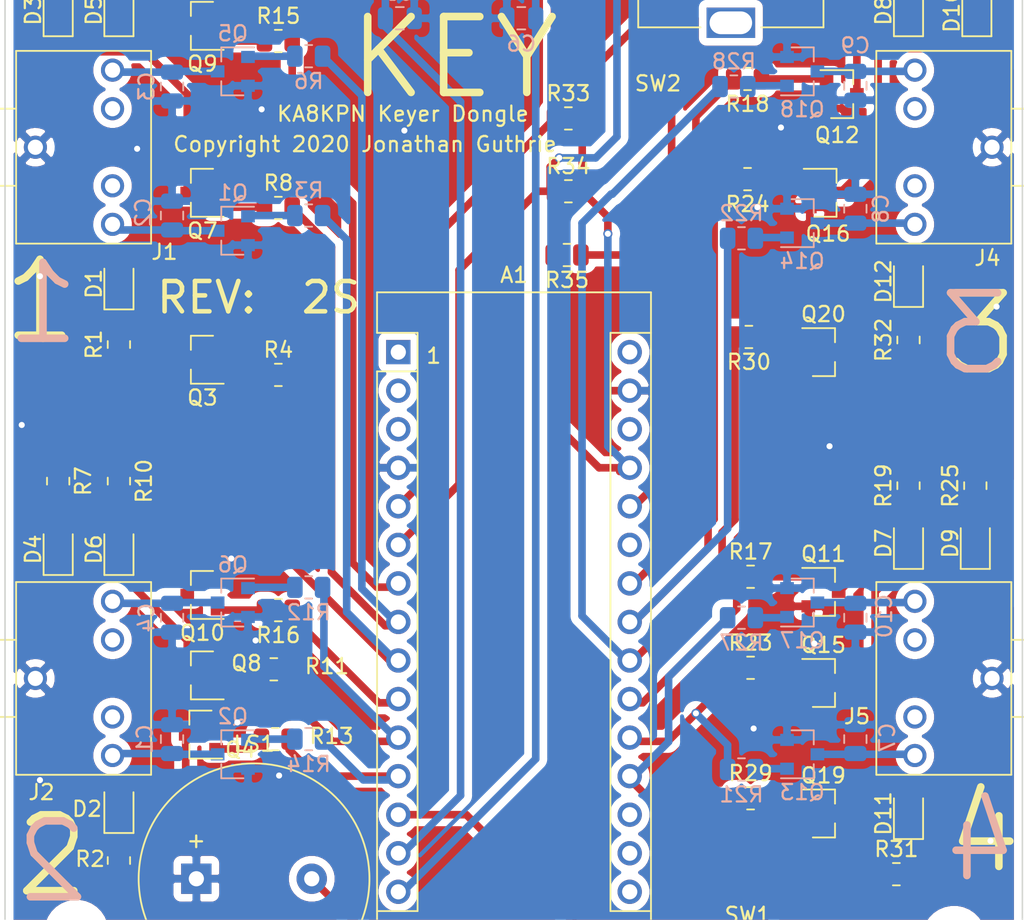
<source format=kicad_pcb>
(kicad_pcb (version 20171130) (host pcbnew 5.1.9+dfsg1-1)
  (title_block (date "jeu. 02 avril 2015"))
  (layers (0 F.Cu signal hide) (31 B.Cu signal hide) (34 B.Paste user hide) (35 F.Paste user hide) (36 B.SilkS user) (37 F.SilkS user) (38 B.Mask user hide) (39 F.Mask user hide) (44 Edge.Cuts user hide))
  (net 0 "")
  (net 1 GND)
  (net 2 "Net-(C1-Pad1)")
  (net 3 "Net-(C2-Pad1)")
  (net 4 "Net-(C3-Pad1)")
  (net 5 "Net-(C4-Pad1)")
  (net 6 "Net-(D1-Pad1)")
  (net 7 "Net-(D2-Pad1)")
  (net 8 "Net-(D3-Pad2)")
  (net 9 "Net-(D3-Pad1)")
  (net 10 "Net-(D4-Pad2)")
  (net 11 "Net-(D4-Pad1)")
  (net 12 "Net-(D5-Pad2)")
  (net 13 "Net-(D5-Pad1)")
  (net 14 "Net-(D6-Pad2)")
  (net 15 "Net-(D6-Pad1)")
  (net 16 "Net-(J1-PadSN)")
  (net 17 "Net-(J1-PadTN)")
  (net 18 "Net-(J2-PadSN)")
  (net 19 "Net-(J2-PadTN)")
  (net 20 "Net-(J3-PadSN)")
  (net 21 "Net-(J3-PadTN)")
  (net 22 "Net-(Q1-Pad1)")
  (net 23 "Net-(Q2-Pad1)")
  (net 24 "Net-(Q3-Pad1)")
  (net 25 "Net-(Q4-Pad1)")
  (net 26 "Net-(Q5-Pad1)")
  (net 27 "Net-(Q6-Pad1)")
  (net 28 "Net-(Q7-Pad1)")
  (net 29 "Net-(Q8-Pad1)")
  (net 30 "Net-(Q9-Pad1)")
  (net 31 "Net-(Q10-Pad1)")
  (net 32 "Net-(Q3-Pad3)")
  (net 33 "Net-(Q4-Pad3)")
  (net 34 "Net-(C7-Pad2)")
  (net 35 "Net-(C8-Pad1)")
  (net 36 "Net-(C9-Pad1)")
  (net 37 "Net-(C10-Pad1)")
  (net 38 "Net-(D7-Pad2)")
  (net 39 "Net-(D7-Pad1)")
  (net 40 "Net-(D8-Pad2)")
  (net 41 "Net-(D8-Pad1)")
  (net 42 "Net-(D9-Pad2)")
  (net 43 "Net-(D9-Pad1)")
  (net 44 "Net-(D10-Pad2)")
  (net 45 "Net-(D10-Pad1)")
  (net 46 "Net-(D11-Pad1)")
  (net 47 "Net-(D12-Pad1)")
  (net 48 "Net-(J4-PadSN)")
  (net 49 "Net-(J4-PadTN)")
  (net 50 "Net-(J5-PadSN)")
  (net 51 "Net-(J5-PadTN)")
  (net 52 "Net-(Q11-Pad1)")
  (net 53 "Net-(Q12-Pad1)")
  (net 54 "Net-(Q13-Pad1)")
  (net 55 "Net-(Q14-Pad1)")
  (net 56 "Net-(Q15-Pad1)")
  (net 57 "Net-(Q16-Pad1)")
  (net 58 "Net-(Q17-Pad1)")
  (net 59 "Net-(Q18-Pad1)")
  (net 60 "Net-(Q19-Pad1)")
  (net 61 "Net-(Q20-Pad1)")
  (net 62 "Net-(Q19-Pad3)")
  (net 63 "Net-(Q20-Pad3)")
  (net 64 "Net-(LS1-Pad2)")
  (net 65 "Net-(A1-Pad16)")
  (net 66 "Net-(A1-Pad30)")
  (net 67 "Net-(A1-Pad28)")
  (net 68 "Net-(A1-Pad27)")
  (net 69 "Net-(A1-Pad26)")
  (net 70 "Net-(A1-Pad25)")
  (net 71 "Net-(A1-Pad24)")
  (net 72 "Net-(A1-Pad23)")
  (net 73 "Net-(A1-Pad22)")
  (net 74 "Net-(A1-Pad21)")
  (net 75 "Net-(A1-Pad20)")
  (net 76 "Net-(A1-Pad19)")
  (net 77 "Net-(A1-Pad3)")
  (net 78 "Net-(A1-Pad18)")
  (net 79 "Net-(A1-Pad2)")
  (net 80 "Net-(A1-Pad17)")
  (net 81 "Net-(A1-Pad1)")
  (net 82 "Net-(A1-Pad15)")
  (net 83 "Net-(A1-Pad14)")
  (net 84 "Net-(A1-Pad13)")
  (net 85 "Net-(A1-Pad12)")
  (net 86 "Net-(A1-Pad11)")
  (net 87 "Net-(A1-Pad10)")
  (net 88 "Net-(A1-Pad9)")
  (net 89 "Net-(A1-Pad8)")
  (net 90 "Net-(A1-Pad7)")
  (net 91 "Net-(A1-Pad6)")
  (net 92 "Net-(A1-Pad5)")
  (module Buzzer_Beeper:Buzzer_15x7.5RM7.6 (layer F.Cu) (at 126.1 105.7)
    (fp_text reference LS1 (at 3.81 -8.89) (layer F.SilkS))
    (fp_text value Speaker_Crystal)
    (fp_text user + (at -0.01 -2.54) (layer F.SilkS))
    (pad 2 thru_hole circle (at 7.6 0) (size 2 2) (drill 1) (layers *.Cu *.Mask) (net 64 "Net-(LS1-Pad2)"))
    (pad 1 thru_hole rect (at 0 0) (size 2 2) (drill 1) (layers *.Cu *.Mask) (net 1 GND))
  )
  (module Package_TO_SOT_SMD:SOT-23 (layer F.Cu) (at 168.6 54)
    (fp_text reference Q12 (at -0.3 2.7) (layer F.SilkS))
    (fp_text value MMBT3904)
    (pad 3 smd rect (at 1 0) (size 0.9 0.8) (layers F.Cu F.Paste F.Mask) (net 41 "Net-(D8-Pad1)"))
    (pad 2 smd rect (at -1 0.95) (size 0.9 0.8) (layers F.Cu F.Paste F.Mask) (net 1 GND))
    (pad 1 smd rect (at -1 -0.95) (size 0.9 0.8) (layers F.Cu F.Paste F.Mask) (net 53 "Net-(Q12-Pad1)"))
  )
  (module Rotary_Encoder:RotaryEncoder_Alps_EC11E-Switch_Vertical_H20mm (layer F.Cu) (at 153.8 41.2)
    (fp_text reference SW2 (at 2.7 12.1) (layer F.SilkS))
    (fp_text value Rotary_Encoder_Switch)
    (pad A thru_hole rect (at 0 0) (size 2 2) (drill 1) (layers *.Cu *.Mask) (net 92 "Net-(A1-Pad5)"))
    (pad C thru_hole circle (at 0 2.5) (size 2 2) (drill 1) (layers *.Cu *.Mask) (net 1 GND))
    (pad B thru_hole circle (at 0 5) (size 2 2) (drill 1) (layers *.Cu *.Mask) (net 91 "Net-(A1-Pad6)"))
    (pad MP thru_hole rect (at 7.5 -3.1) (size 3.2 2) (drill oval 2.8 1.5) (layers *.Cu *.Mask))
    (pad MP thru_hole rect (at 7.5 8.1) (size 3.2 2) (drill oval 2.8 1.5) (layers *.Cu *.Mask))
    (pad S2 thru_hole circle (at 14.5 0) (size 2 2) (drill 1) (layers *.Cu *.Mask) (net 69 "Net-(A1-Pad26)"))
    (pad S1 thru_hole circle (at 14.5 5) (size 2 2) (drill 1) (layers *.Cu *.Mask) (net 1 GND))
  )
  (module Resistor_SMD:R_0805_2012Metric (layer F.Cu) (at 150.6 55.6)
    (fp_text reference R33 (at 0 -1.65) (layer F.SilkS))
    (fp_text value 10K)
    (pad 2 smd roundrect (at 0.9125 0) (size 1.025 1.4) (layers F.Cu F.Paste F.Mask) (roundrect_rratio 0.243902) (net 68 "Net-(A1-Pad27)"))
    (pad 1 smd roundrect (at -0.9125 0) (size 1.025 1.4) (layers F.Cu F.Paste F.Mask) (roundrect_rratio 0.243902) (net 92 "Net-(A1-Pad5)"))
  )
  (module Module:Arduino_Nano (layer F.Cu) (at 139.4 71)
    (fp_text reference A1 (at 7.62 -5.08) (layer F.SilkS))
    (fp_text value Arduino_Nano_v3.x)
    (pad 16 thru_hole oval (at 15.24 35.56) (size 1.6 1.6) (drill 1) (layers *.Cu *.Mask) (net 65 "Net-(A1-Pad16)"))
    (pad 15 thru_hole oval (at 0 35.56) (size 1.6 1.6) (drill 1) (layers *.Cu *.Mask) (net 82 "Net-(A1-Pad15)"))
    (pad 30 thru_hole oval (at 15.24 0) (size 1.6 1.6) (drill 1) (layers *.Cu *.Mask) (net 66 "Net-(A1-Pad30)"))
    (pad 14 thru_hole oval (at 0 33.02) (size 1.6 1.6) (drill 1) (layers *.Cu *.Mask) (net 83 "Net-(A1-Pad14)"))
    (pad 29 thru_hole oval (at 15.24 2.54) (size 1.6 1.6) (drill 1) (layers *.Cu *.Mask) (net 1 GND))
    (pad 13 thru_hole oval (at 0 30.48) (size 1.6 1.6) (drill 1) (layers *.Cu *.Mask) (net 84 "Net-(A1-Pad13)"))
    (pad 28 thru_hole oval (at 15.24 5.08) (size 1.6 1.6) (drill 1) (layers *.Cu *.Mask) (net 67 "Net-(A1-Pad28)"))
    (pad 12 thru_hole oval (at 0 27.94) (size 1.6 1.6) (drill 1) (layers *.Cu *.Mask) (net 85 "Net-(A1-Pad12)"))
    (pad 27 thru_hole oval (at 15.24 7.62) (size 1.6 1.6) (drill 1) (layers *.Cu *.Mask) (net 68 "Net-(A1-Pad27)"))
    (pad 11 thru_hole oval (at 0 25.4) (size 1.6 1.6) (drill 1) (layers *.Cu *.Mask) (net 86 "Net-(A1-Pad11)"))
    (pad 26 thru_hole oval (at 15.24 10.16) (size 1.6 1.6) (drill 1) (layers *.Cu *.Mask) (net 69 "Net-(A1-Pad26)"))
    (pad 10 thru_hole oval (at 0 22.86) (size 1.6 1.6) (drill 1) (layers *.Cu *.Mask) (net 87 "Net-(A1-Pad10)"))
    (pad 25 thru_hole oval (at 15.24 12.7) (size 1.6 1.6) (drill 1) (layers *.Cu *.Mask) (net 70 "Net-(A1-Pad25)"))
    (pad 9 thru_hole oval (at 0 20.32) (size 1.6 1.6) (drill 1) (layers *.Cu *.Mask) (net 88 "Net-(A1-Pad9)"))
    (pad 24 thru_hole oval (at 15.24 15.24) (size 1.6 1.6) (drill 1) (layers *.Cu *.Mask) (net 71 "Net-(A1-Pad24)"))
    (pad 8 thru_hole oval (at 0 17.78) (size 1.6 1.6) (drill 1) (layers *.Cu *.Mask) (net 89 "Net-(A1-Pad8)"))
    (pad 23 thru_hole oval (at 15.24 17.78) (size 1.6 1.6) (drill 1) (layers *.Cu *.Mask) (net 72 "Net-(A1-Pad23)"))
    (pad 7 thru_hole oval (at 0 15.24) (size 1.6 1.6) (drill 1) (layers *.Cu *.Mask) (net 90 "Net-(A1-Pad7)"))
    (pad 22 thru_hole oval (at 15.24 20.32) (size 1.6 1.6) (drill 1) (layers *.Cu *.Mask) (net 73 "Net-(A1-Pad22)"))
    (pad 6 thru_hole oval (at 0 12.7) (size 1.6 1.6) (drill 1) (layers *.Cu *.Mask) (net 91 "Net-(A1-Pad6)"))
    (pad 21 thru_hole oval (at 15.24 22.86) (size 1.6 1.6) (drill 1) (layers *.Cu *.Mask) (net 74 "Net-(A1-Pad21)"))
    (pad 5 thru_hole oval (at 0 10.16) (size 1.6 1.6) (drill 1) (layers *.Cu *.Mask) (net 92 "Net-(A1-Pad5)"))
    (pad 20 thru_hole oval (at 15.24 25.4) (size 1.6 1.6) (drill 1) (layers *.Cu *.Mask) (net 75 "Net-(A1-Pad20)"))
    (pad 4 thru_hole oval (at 0 7.62) (size 1.6 1.6) (drill 1) (layers *.Cu *.Mask) (net 1 GND))
    (pad 19 thru_hole oval (at 15.24 27.94) (size 1.6 1.6) (drill 1) (layers *.Cu *.Mask) (net 76 "Net-(A1-Pad19)"))
    (pad 3 thru_hole oval (at 0 5.08) (size 1.6 1.6) (drill 1) (layers *.Cu *.Mask) (net 77 "Net-(A1-Pad3)"))
    (pad 18 thru_hole oval (at 15.24 30.48) (size 1.6 1.6) (drill 1) (layers *.Cu *.Mask) (net 78 "Net-(A1-Pad18)"))
    (pad 2 thru_hole oval (at 0 2.54) (size 1.6 1.6) (drill 1) (layers *.Cu *.Mask) (net 79 "Net-(A1-Pad2)"))
    (pad 17 thru_hole oval (at 15.24 33.02) (size 1.6 1.6) (drill 1) (layers *.Cu *.Mask) (net 80 "Net-(A1-Pad17)"))
    (pad 1 thru_hole rect (at 0 0) (size 1.6 1.6) (drill 1) (layers *.Cu *.Mask) (net 81 "Net-(A1-Pad1)"))
  )
  (module Resistor_SMD:R_0805_2012Metric (layer F.Cu) (at 150.5125 64.6 180)
    (fp_text reference R35 (at 0 -1.65) (layer F.SilkS))
    (fp_text value 10K)
    (pad 2 smd roundrect (at 0.9125 0 180) (size 1.025 1.4) (layers F.Cu F.Paste F.Mask) (roundrect_rratio 0.243902) (net 68 "Net-(A1-Pad27)"))
    (pad 1 smd roundrect (at -0.9125 0 180) (size 1.025 1.4) (layers F.Cu F.Paste F.Mask) (roundrect_rratio 0.243902) (net 69 "Net-(A1-Pad26)"))
  )
  (module Resistor_SMD:R_0805_2012Metric (layer F.Cu) (at 150.6 60.4)
    (fp_text reference R34 (at 0 -1.65) (layer F.SilkS))
    (fp_text value 10K)
    (pad 2 smd roundrect (at 0.9125 0) (size 1.025 1.4) (layers F.Cu F.Paste F.Mask) (roundrect_rratio 0.243902) (net 68 "Net-(A1-Pad27)"))
    (pad 1 smd roundrect (at -0.9125 0) (size 1.025 1.4) (layers F.Cu F.Paste F.Mask) (roundrect_rratio 0.243902) (net 91 "Net-(A1-Pad6)"))
  )
  (module MountingHole:MountingHole_3.2mm_M3 (layer F.Cu) (at 119 38.8)
    (fp_text reference REF** hide)
    (fp_text value MountingHole_3.2mm_M3)
    (pad 1 np_thru_hole circle (at 0 0) (size 3.2 3.2) (drill 3.2) (layers *.Cu *.Mask))
  )
  (module MountingHole:MountingHole_3.2mm_M3 (layer F.Cu) (at 118.2 109.2)
    (fp_text reference REF** hide)
    (fp_text value MountingHole_3.2mm_M3)
    (pad 1 np_thru_hole circle (at 0 0) (size 3.2 3.2) (drill 3.2) (layers *.Cu *.Mask))
  )
  (module MountingHole:MountingHole_3.2mm_M3 (layer F.Cu) (at 176 109.6)
    (fp_text reference REF** hide)
    (fp_text value MountingHole_3.2mm_M3)
    (pad 1 np_thru_hole circle (at 0 0) (size 3.2 3.2) (drill 3.2) (layers *.Cu *.Mask))
  )
  (module MountingHole:MountingHole_3.2mm_M3 (layer F.Cu) (at 175.4 39.4)
    (fp_text reference REF** hide)
    (fp_text value MountingHole_3.2mm_M3)
    (pad 1 np_thru_hole circle (at 0 0) (size 3.2 3.2) (drill 3.2) (layers *.Cu *.Mask))
  )
  (module Button_Switch_THT:SW_DIP_SPSTx01_Slide_6.7x4.1mm_W7.62mm_P2.54mm_LowProfile (layer F.Cu) (at 158.6 111.2)
    (fp_text reference SW1 (at 3.81 -3.11) (layer F.SilkS))
    (fp_text value SW_DIP_x01)
    (pad 2 thru_hole oval (at 7.62 0) (size 1.6 1.6) (drill 0.8) (layers *.Cu *.Mask) (net 84 "Net-(A1-Pad13)"))
    (pad 1 thru_hole rect (at 0 0) (size 1.6 1.6) (drill 0.8) (layers *.Cu *.Mask) (net 64 "Net-(LS1-Pad2)"))
  )
  (module Symbol:Symbol_CC-ShareAlike_CopperTop_Small (layer F.Cu) (at 162 105.4)
    (fp_text reference REF** hide)
    (fp_text value Symbol_CC-ShareAlike_CopperTop_Small)
    (fp_line (start -1.09982 1.19888) (end -0.59944 1.50114) (layer F.Cu) (width 0.381))
    (fp_line (start -0.59944 1.50114) (end -0.09906 1.6002) (layer F.Cu) (width 0.381))
    (fp_line (start -0.09906 1.6002) (end 0.39878 1.50114) (layer F.Cu) (width 0.381))
    (fp_line (start 0.39878 1.50114) (end 0.89916 1.30048) (layer F.Cu) (width 0.381))
    (fp_line (start 0.89916 1.30048) (end 1.30048 0.89916) (layer F.Cu) (width 0.381))
    (fp_line (start 1.30048 0.89916) (end 1.6002 0.39878) (layer F.Cu) (width 0.381))
    (fp_line (start 1.6002 0.39878) (end 1.6002 0) (layer F.Cu) (width 0.381))
    (fp_line (start 1.6002 0) (end 1.50114 -0.50038) (layer F.Cu) (width 0.381))
    (fp_line (start 1.50114 -0.50038) (end 1.19888 -1.00076) (layer F.Cu) (width 0.381))
    (fp_line (start 1.19888 -1.00076) (end 0.89916 -1.30048) (layer F.Cu) (width 0.381))
    (fp_line (start 0.89916 -1.30048) (end 0.29972 -1.6002) (layer F.Cu) (width 0.381))
    (fp_line (start 0.29972 -1.6002) (end -0.09906 -1.6002) (layer F.Cu) (width 0.381))
    (fp_line (start -0.09906 -1.6002) (end -0.50038 -1.50114) (layer F.Cu) (width 0.381))
    (fp_line (start -0.50038 -1.50114) (end -1.00076 -1.30048) (layer F.Cu) (width 0.381))
    (fp_line (start 0 -2.49936) (end -0.09906 -2.49936) (layer F.Cu) (width 0.381))
    (fp_line (start -0.09906 -2.49936) (end -0.70104 -2.4003) (layer F.Cu) (width 0.381))
    (fp_line (start -0.70104 -2.4003) (end -1.19888 -2.19964) (layer F.Cu) (width 0.381))
    (fp_line (start -1.19888 -2.19964) (end -1.69926 -1.80086) (layer F.Cu) (width 0.381))
    (fp_line (start -1.69926 -1.80086) (end -2.19964 -1.19888) (layer F.Cu) (width 0.381))
    (fp_line (start -2.19964 -1.19888) (end -2.4003 -0.8001) (layer F.Cu) (width 0.381))
    (fp_line (start -2.4003 -0.8001) (end -2.49936 -0.29972) (layer F.Cu) (width 0.381))
    (fp_line (start -2.49936 -0.29972) (end -2.49936 0.29972) (layer F.Cu) (width 0.381))
    (fp_line (start -2.49936 0.29972) (end -2.30124 1.09982) (layer F.Cu) (width 0.381))
    (fp_line (start -2.30124 1.09982) (end -1.69926 1.80086) (layer F.Cu) (width 0.381))
    (fp_line (start -1.69926 1.80086) (end -1.19888 2.19964) (layer F.Cu) (width 0.381))
    (fp_line (start -1.19888 2.19964) (end -0.50038 2.49936) (layer F.Cu) (width 0.381))
    (fp_line (start -0.50038 2.49936) (end 0.29972 2.49936) (layer F.Cu) (width 0.381))
    (fp_line (start 0.29972 2.49936) (end 0.89916 2.30124) (layer F.Cu) (width 0.381))
    (fp_line (start 0.89916 2.30124) (end 1.50114 1.99898) (layer F.Cu) (width 0.381))
    (fp_line (start 1.50114 1.99898) (end 1.99898 1.50114) (layer F.Cu) (width 0.381))
    (fp_line (start 1.99898 1.50114) (end 2.4003 0.8001) (layer F.Cu) (width 0.381))
    (fp_line (start 2.4003 0.8001) (end 2.49936 0.20066) (layer F.Cu) (width 0.381))
    (fp_line (start 2.49936 0.20066) (end 2.49936 -0.39878) (layer F.Cu) (width 0.381))
    (fp_line (start 2.49936 -0.39878) (end 2.30124 -1.00076) (layer F.Cu) (width 0.381))
    (fp_line (start 2.30124 -1.00076) (end 1.99898 -1.50114) (layer F.Cu) (width 0.381))
    (fp_line (start 1.99898 -1.50114) (end 1.50114 -1.99898) (layer F.Cu) (width 0.381))
    (fp_line (start 1.50114 -1.99898) (end 1.00076 -2.30124) (layer F.Cu) (width 0.381))
    (fp_line (start 1.00076 -2.30124) (end 0.59944 -2.4003) (layer F.Cu) (width 0.381))
    (fp_line (start 0.59944 -2.4003) (end 0 -2.49936) (layer F.Cu) (width 0.381))
  )
  (module Symbol:KiCad-Logo_5mm_SilkScreen (layer F.Cu) (at 129.6 40)
    (fp_text reference REF** hide)
    (fp_text value KiCad-Logo_5mm_SilkScreen hide)
  )
  (module Resistor_SMD:R_0805_2012Metric (layer F.Cu) (at 173 70.2 90)
    (fp_text reference R32 (at 0 -1.65 90) (layer F.SilkS))
    (fp_text value 150)
    (pad 2 smd roundrect (at 0.9125 0 90) (size 1.025 1.4) (layers F.Cu F.Paste F.Mask) (roundrect_rratio 0.243902) (net 47 "Net-(D12-Pad1)"))
    (pad 1 smd roundrect (at -0.9125 0 90) (size 1.025 1.4) (layers F.Cu F.Paste F.Mask) (roundrect_rratio 0.243902) (net 63 "Net-(Q20-Pad3)"))
  )
  (module Resistor_SMD:R_0805_2012Metric (layer F.Cu) (at 172.2 105.4)
    (fp_text reference R31 (at 0 -1.65) (layer F.SilkS))
    (fp_text value 150)
    (pad 2 smd roundrect (at 0.9125 0) (size 1.025 1.4) (layers F.Cu F.Paste F.Mask) (roundrect_rratio 0.243902) (net 46 "Net-(D11-Pad1)"))
    (pad 1 smd roundrect (at -0.9125 0) (size 1.025 1.4) (layers F.Cu F.Paste F.Mask) (roundrect_rratio 0.243902) (net 62 "Net-(Q19-Pad3)"))
  )
  (module Resistor_SMD:R_0805_2012Metric (layer F.Cu) (at 162.4875 70 180)
    (fp_text reference R30 (at 0 -1.65) (layer F.SilkS))
    (fp_text value 3K)
    (pad 2 smd roundrect (at 0.9125 0 180) (size 1.025 1.4) (layers F.Cu F.Paste F.Mask) (roundrect_rratio 0.243902) (net 73 "Net-(A1-Pad22)"))
    (pad 1 smd roundrect (at -0.9125 0 180) (size 1.025 1.4) (layers F.Cu F.Paste F.Mask) (roundrect_rratio 0.243902) (net 61 "Net-(Q20-Pad1)"))
  )
  (module Resistor_SMD:R_0805_2012Metric (layer F.Cu) (at 162.6 100.4)
    (fp_text reference R29 (at 0 -1.65) (layer F.SilkS))
    (fp_text value 3K)
    (pad 2 smd roundrect (at 0.9125 0) (size 1.025 1.4) (layers F.Cu F.Paste F.Mask) (roundrect_rratio 0.243902) (net 60 "Net-(Q19-Pad1)"))
    (pad 1 smd roundrect (at -0.9125 0) (size 1.025 1.4) (layers F.Cu F.Paste F.Mask) (roundrect_rratio 0.243902) (net 76 "Net-(A1-Pad19)"))
  )
  (module Resistor_SMD:R_0805_2012Metric (layer B.Cu) (at 161.5 53.5 180)
    (fp_text reference R28 (at 0 1.65) (layer B.SilkS) (effects (justify mirror)))
    (fp_text value 100)
    (pad 2 smd roundrect (at 0.9125 0 180) (size 1.025 1.4) (layers B.Cu B.Paste B.Mask) (roundrect_rratio 0.243902) (net 73 "Net-(A1-Pad22)"))
    (pad 1 smd roundrect (at -0.9125 0 180) (size 1.025 1.4) (layers B.Cu B.Paste B.Mask) (roundrect_rratio 0.243902) (net 59 "Net-(Q18-Pad1)"))
  )
  (module Resistor_SMD:R_0805_2012Metric (layer B.Cu) (at 162 88.5)
    (fp_text reference R27 (at 0 1.65) (layer B.SilkS) (effects (justify mirror)))
    (fp_text value 100)
    (pad 2 smd roundrect (at 0.9125 0) (size 1.025 1.4) (layers B.Cu B.Paste B.Mask) (roundrect_rratio 0.243902) (net 58 "Net-(Q17-Pad1)"))
    (pad 1 smd roundrect (at -0.9125 0) (size 1.025 1.4) (layers B.Cu B.Paste B.Mask) (roundrect_rratio 0.243902) (net 76 "Net-(A1-Pad19)"))
  )
  (module Resistor_SMD:R_0805_2012Metric (layer F.Cu) (at 177.5 44.5 90)
    (fp_text reference R26 (at 0 -1.65 90) (layer F.SilkS))
    (fp_text value 150)
    (pad 2 smd roundrect (at 0.9125 0 90) (size 1.025 1.4) (layers F.Cu F.Paste F.Mask) (roundrect_rratio 0.243902) (net 68 "Net-(A1-Pad27)"))
    (pad 1 smd roundrect (at -0.9125 0 90) (size 1.025 1.4) (layers F.Cu F.Paste F.Mask) (roundrect_rratio 0.243902) (net 44 "Net-(D10-Pad2)"))
  )
  (module Resistor_SMD:R_0805_2012Metric (layer F.Cu) (at 177.4 79.8 90)
    (fp_text reference R25 (at 0 -1.65 90) (layer F.SilkS))
    (fp_text value 150)
    (pad 2 smd roundrect (at 0.9125 0 90) (size 1.025 1.4) (layers F.Cu F.Paste F.Mask) (roundrect_rratio 0.243902) (net 68 "Net-(A1-Pad27)"))
    (pad 1 smd roundrect (at -0.9125 0 90) (size 1.025 1.4) (layers F.Cu F.Paste F.Mask) (roundrect_rratio 0.243902) (net 42 "Net-(D9-Pad2)"))
  )
  (module Resistor_SMD:R_0805_2012Metric (layer F.Cu) (at 162.4 59.6 180)
    (fp_text reference R24 (at 0 -1.65) (layer F.SilkS))
    (fp_text value 3K)
    (pad 2 smd roundrect (at 0.9125 0 180) (size 1.025 1.4) (layers F.Cu F.Paste F.Mask) (roundrect_rratio 0.243902) (net 72 "Net-(A1-Pad23)"))
    (pad 1 smd roundrect (at -0.9125 0 180) (size 1.025 1.4) (layers F.Cu F.Paste F.Mask) (roundrect_rratio 0.243902) (net 57 "Net-(Q16-Pad1)"))
  )
  (module Resistor_SMD:R_0805_2012Metric (layer F.Cu) (at 162.6 91.8)
    (fp_text reference R23 (at 0 -1.65) (layer F.SilkS))
    (fp_text value 3K)
    (pad 2 smd roundrect (at 0.9125 0) (size 1.025 1.4) (layers F.Cu F.Paste F.Mask) (roundrect_rratio 0.243902) (net 56 "Net-(Q15-Pad1)"))
    (pad 1 smd roundrect (at -0.9125 0) (size 1.025 1.4) (layers F.Cu F.Paste F.Mask) (roundrect_rratio 0.243902) (net 75 "Net-(A1-Pad20)"))
  )
  (module Resistor_SMD:R_0805_2012Metric (layer B.Cu) (at 162 63.5 180)
    (fp_text reference R22 (at 0 1.65) (layer B.SilkS) (effects (justify mirror)))
    (fp_text value 100)
    (pad 2 smd roundrect (at 0.9125 0 180) (size 1.025 1.4) (layers B.Cu B.Paste B.Mask) (roundrect_rratio 0.243902) (net 72 "Net-(A1-Pad23)"))
    (pad 1 smd roundrect (at -0.9125 0 180) (size 1.025 1.4) (layers B.Cu B.Paste B.Mask) (roundrect_rratio 0.243902) (net 55 "Net-(Q14-Pad1)"))
  )
  (module Resistor_SMD:R_0805_2012Metric (layer B.Cu) (at 162 98.5)
    (fp_text reference R21 (at 0 1.65) (layer B.SilkS) (effects (justify mirror)))
    (fp_text value 100)
    (pad 2 smd roundrect (at 0.9125 0) (size 1.025 1.4) (layers B.Cu B.Paste B.Mask) (roundrect_rratio 0.243902) (net 54 "Net-(Q13-Pad1)"))
    (pad 1 smd roundrect (at -0.9125 0) (size 1.025 1.4) (layers B.Cu B.Paste B.Mask) (roundrect_rratio 0.243902) (net 75 "Net-(A1-Pad20)"))
  )
  (module Resistor_SMD:R_0805_2012Metric (layer F.Cu) (at 173 44.5 90)
    (fp_text reference R20 (at 0 -1.65 90) (layer F.SilkS))
    (fp_text value 100)
    (pad 2 smd roundrect (at 0.9125 0 90) (size 1.025 1.4) (layers F.Cu F.Paste F.Mask) (roundrect_rratio 0.243902) (net 68 "Net-(A1-Pad27)"))
    (pad 1 smd roundrect (at -0.9125 0 90) (size 1.025 1.4) (layers F.Cu F.Paste F.Mask) (roundrect_rratio 0.243902) (net 40 "Net-(D8-Pad2)"))
  )
  (module Resistor_SMD:R_0805_2012Metric (layer F.Cu) (at 173 79.8 90)
    (fp_text reference R19 (at 0 -1.65 90) (layer F.SilkS))
    (fp_text value 100)
    (pad 2 smd roundrect (at 0.9125 0 90) (size 1.025 1.4) (layers F.Cu F.Paste F.Mask) (roundrect_rratio 0.243902) (net 68 "Net-(A1-Pad27)"))
    (pad 1 smd roundrect (at -0.9125 0 90) (size 1.025 1.4) (layers F.Cu F.Paste F.Mask) (roundrect_rratio 0.243902) (net 38 "Net-(D7-Pad2)"))
  )
  (module Resistor_SMD:R_0805_2012Metric (layer F.Cu) (at 162.4 53 180)
    (fp_text reference R18 (at 0 -1.65) (layer F.SilkS))
    (fp_text value 2.2K)
    (pad 2 smd roundrect (at 0.9125 0 180) (size 1.025 1.4) (layers F.Cu F.Paste F.Mask) (roundrect_rratio 0.243902) (net 71 "Net-(A1-Pad24)"))
    (pad 1 smd roundrect (at -0.9125 0 180) (size 1.025 1.4) (layers F.Cu F.Paste F.Mask) (roundrect_rratio 0.243902) (net 53 "Net-(Q12-Pad1)"))
  )
  (module Resistor_SMD:R_0805_2012Metric (layer F.Cu) (at 162.6 85.8)
    (fp_text reference R17 (at 0 -1.65) (layer F.SilkS))
    (fp_text value 2.2K)
    (pad 2 smd roundrect (at 0.9125 0) (size 1.025 1.4) (layers F.Cu F.Paste F.Mask) (roundrect_rratio 0.243902) (net 52 "Net-(Q11-Pad1)"))
    (pad 1 smd roundrect (at -0.9125 0) (size 1.025 1.4) (layers F.Cu F.Paste F.Mask) (roundrect_rratio 0.243902) (net 74 "Net-(A1-Pad21)"))
  )
  (module Package_TO_SOT_SMD:SOT-23 (layer F.Cu) (at 167.4 71)
    (fp_text reference Q20 (at 0 -2.5) (layer F.SilkS))
    (fp_text value MMBT3904)
    (pad 3 smd rect (at 1 0) (size 0.9 0.8) (layers F.Cu F.Paste F.Mask) (net 63 "Net-(Q20-Pad3)"))
    (pad 2 smd rect (at -1 0.95) (size 0.9 0.8) (layers F.Cu F.Paste F.Mask) (net 1 GND))
    (pad 1 smd rect (at -1 -0.95) (size 0.9 0.8) (layers F.Cu F.Paste F.Mask) (net 61 "Net-(Q20-Pad1)"))
  )
  (module Package_TO_SOT_SMD:SOT-23 (layer F.Cu) (at 167.4 101.4)
    (fp_text reference Q19 (at 0 -2.5) (layer F.SilkS))
    (fp_text value MMBT3904)
    (pad 3 smd rect (at 1 0) (size 0.9 0.8) (layers F.Cu F.Paste F.Mask) (net 62 "Net-(Q19-Pad3)"))
    (pad 2 smd rect (at -1 0.95) (size 0.9 0.8) (layers F.Cu F.Paste F.Mask) (net 1 GND))
    (pad 1 smd rect (at -1 -0.95) (size 0.9 0.8) (layers F.Cu F.Paste F.Mask) (net 60 "Net-(Q19-Pad1)"))
  )
  (module Package_TO_SOT_SMD:SOT-23 (layer B.Cu) (at 166 52.5)
    (fp_text reference Q18 (at 0 2.5) (layer B.SilkS) (effects (justify mirror)))
    (fp_text value MMBT3904)
    (pad 3 smd rect (at 1 0) (size 0.9 0.8) (layers B.Cu B.Paste B.Mask) (net 36 "Net-(C9-Pad1)"))
    (pad 2 smd rect (at -1 -0.95) (size 0.9 0.8) (layers B.Cu B.Paste B.Mask) (net 1 GND))
    (pad 1 smd rect (at -1 0.95) (size 0.9 0.8) (layers B.Cu B.Paste B.Mask) (net 59 "Net-(Q18-Pad1)"))
  )
  (module Package_TO_SOT_SMD:SOT-23 (layer B.Cu) (at 166 87.5)
    (fp_text reference Q17 (at 0 2.5) (layer B.SilkS) (effects (justify mirror)))
    (fp_text value MMBT3904)
    (pad 3 smd rect (at 1 0) (size 0.9 0.8) (layers B.Cu B.Paste B.Mask) (net 37 "Net-(C10-Pad1)"))
    (pad 2 smd rect (at -1 -0.95) (size 0.9 0.8) (layers B.Cu B.Paste B.Mask) (net 1 GND))
    (pad 1 smd rect (at -1 0.95) (size 0.9 0.8) (layers B.Cu B.Paste B.Mask) (net 58 "Net-(Q17-Pad1)"))
  )
  (module Package_TO_SOT_SMD:SOT-23 (layer F.Cu) (at 167.5 60.5)
    (fp_text reference Q16 (at 0.2 2.7) (layer F.SilkS))
    (fp_text value MMBT3904)
    (pad 3 smd rect (at 1 0) (size 0.9 0.8) (layers F.Cu F.Paste F.Mask) (net 45 "Net-(D10-Pad1)"))
    (pad 2 smd rect (at -1 0.95) (size 0.9 0.8) (layers F.Cu F.Paste F.Mask) (net 1 GND))
    (pad 1 smd rect (at -1 -0.95) (size 0.9 0.8) (layers F.Cu F.Paste F.Mask) (net 57 "Net-(Q16-Pad1)"))
  )
  (module Package_TO_SOT_SMD:SOT-23 (layer F.Cu) (at 167.4 92.8)
    (fp_text reference Q15 (at 0 -2.5) (layer F.SilkS))
    (fp_text value MMBT3904)
    (pad 3 smd rect (at 1 0) (size 0.9 0.8) (layers F.Cu F.Paste F.Mask) (net 43 "Net-(D9-Pad1)"))
    (pad 2 smd rect (at -1 0.95) (size 0.9 0.8) (layers F.Cu F.Paste F.Mask) (net 1 GND))
    (pad 1 smd rect (at -1 -0.95) (size 0.9 0.8) (layers F.Cu F.Paste F.Mask) (net 56 "Net-(Q15-Pad1)"))
  )
  (module Package_TO_SOT_SMD:SOT-23 (layer B.Cu) (at 166 62.5)
    (fp_text reference Q14 (at 0 2.5) (layer B.SilkS) (effects (justify mirror)))
    (fp_text value MMBT3904)
    (pad 3 smd rect (at 1 0) (size 0.9 0.8) (layers B.Cu B.Paste B.Mask) (net 35 "Net-(C8-Pad1)"))
    (pad 2 smd rect (at -1 -0.95) (size 0.9 0.8) (layers B.Cu B.Paste B.Mask) (net 1 GND))
    (pad 1 smd rect (at -1 0.95) (size 0.9 0.8) (layers B.Cu B.Paste B.Mask) (net 55 "Net-(Q14-Pad1)"))
  )
  (module Package_TO_SOT_SMD:SOT-23 (layer B.Cu) (at 166 97.5)
    (fp_text reference Q13 (at 0 2.5) (layer B.SilkS) (effects (justify mirror)))
    (fp_text value MMBT3904)
    (pad 3 smd rect (at 1 0) (size 0.9 0.8) (layers B.Cu B.Paste B.Mask) (net 34 "Net-(C7-Pad2)"))
    (pad 2 smd rect (at -1 -0.95) (size 0.9 0.8) (layers B.Cu B.Paste B.Mask) (net 1 GND))
    (pad 1 smd rect (at -1 0.95) (size 0.9 0.8) (layers B.Cu B.Paste B.Mask) (net 54 "Net-(Q13-Pad1)"))
  )
  (module Package_TO_SOT_SMD:SOT-23 (layer F.Cu) (at 167.4 86.8)
    (fp_text reference Q11 (at 0 -2.5) (layer F.SilkS))
    (fp_text value MMBT3904)
    (pad 3 smd rect (at 1 0) (size 0.9 0.8) (layers F.Cu F.Paste F.Mask) (net 39 "Net-(D7-Pad1)"))
    (pad 2 smd rect (at -1 0.95) (size 0.9 0.8) (layers F.Cu F.Paste F.Mask) (net 1 GND))
    (pad 1 smd rect (at -1 -0.95) (size 0.9 0.8) (layers F.Cu F.Paste F.Mask) (net 52 "Net-(Q11-Pad1)"))
  )
  (module dongle:Jack_3.5mm_PJ307_Horizontal (layer F.Cu) (at 178.5 92.5 180)
    (fp_text reference J5 (at 8.89 -2.5) (layer F.SilkS))
    (fp_text value AudioJack2_Ground_Switch)
    (pad S thru_hole circle (at 5.08 -5.08 180) (size 1.524 1.524) (drill 1) (layers *.Cu *.Mask) (net 34 "Net-(C7-Pad2)"))
    (pad SN thru_hole circle (at 5.08 -2.54 180) (size 1.524 1.524) (drill 1) (layers *.Cu *.Mask) (net 50 "Net-(J5-PadSN)"))
    (pad T thru_hole circle (at 5.08 5.08 180) (size 1.524 1.524) (drill 1) (layers *.Cu *.Mask) (net 37 "Net-(C10-Pad1)"))
    (pad TN thru_hole circle (at 5.08 2.54 180) (size 1.524 1.524) (drill 1) (layers *.Cu *.Mask) (net 51 "Net-(J5-PadTN)"))
    (pad G thru_hole circle (at 0 0 180) (size 1.524 1.524) (drill 1) (layers *.Cu *.Mask) (net 1 GND))
  )
  (module dongle:Jack_3.5mm_PJ307_Horizontal (layer F.Cu) (at 178.5 57.5 180)
    (fp_text reference J4 (at 0.3 -7.3) (layer F.SilkS))
    (fp_text value AudioJack2_Ground_Switch)
    (pad S thru_hole circle (at 5.08 -5.08 180) (size 1.524 1.524) (drill 1) (layers *.Cu *.Mask) (net 35 "Net-(C8-Pad1)"))
    (pad SN thru_hole circle (at 5.08 -2.54 180) (size 1.524 1.524) (drill 1) (layers *.Cu *.Mask) (net 48 "Net-(J4-PadSN)"))
    (pad T thru_hole circle (at 5.08 5.08 180) (size 1.524 1.524) (drill 1) (layers *.Cu *.Mask) (net 36 "Net-(C9-Pad1)"))
    (pad TN thru_hole circle (at 5.08 2.54 180) (size 1.524 1.524) (drill 1) (layers *.Cu *.Mask) (net 49 "Net-(J4-PadTN)"))
    (pad G thru_hole circle (at 0 0 180) (size 1.524 1.524) (drill 1) (layers *.Cu *.Mask) (net 1 GND))
  )
  (module LED_SMD:LED_0805_2012Metric (layer F.Cu) (at 173 66.3375 90)
    (fp_text reference D12 (at 0 -1.65 90) (layer F.SilkS))
    (fp_text value YELLOW)
    (pad 2 smd roundrect (at 0.9375 0 90) (size 0.975 1.4) (layers F.Cu F.Paste F.Mask) (net 68 "Net-(A1-Pad27)"))
    (pad 1 smd roundrect (at -0.9375 0 90) (size 0.975 1.4) (layers F.Cu F.Paste F.Mask) (net 47 "Net-(D12-Pad1)"))
  )
  (module LED_SMD:LED_0805_2012Metric (layer F.Cu) (at 173 101.4 90)
    (fp_text reference D11 (at 0 -1.65 90) (layer F.SilkS))
    (fp_text value YELLOW)
    (pad 2 smd roundrect (at 0.9375 0 90) (size 0.975 1.4) (layers F.Cu F.Paste F.Mask) (net 68 "Net-(A1-Pad27)"))
    (pad 1 smd roundrect (at -0.9375 0 90) (size 0.975 1.4) (layers F.Cu F.Paste F.Mask) (net 46 "Net-(D11-Pad1)"))
  )
  (module LED_SMD:LED_0805_2012Metric (layer F.Cu) (at 177.5 48.5 90)
    (fp_text reference D10 (at 0 -1.65 90) (layer F.SilkS))
    (fp_text value RED)
    (pad 2 smd roundrect (at 0.9375 0 90) (size 0.975 1.4) (layers F.Cu F.Paste F.Mask) (net 44 "Net-(D10-Pad2)"))
    (pad 1 smd roundrect (at -0.9375 0 90) (size 0.975 1.4) (layers F.Cu F.Paste F.Mask) (net 45 "Net-(D10-Pad1)"))
  )
  (module LED_SMD:LED_0805_2012Metric (layer F.Cu) (at 177.4 83.6 90)
    (fp_text reference D9 (at 0 -1.65 90) (layer F.SilkS))
    (fp_text value RED)
    (pad 2 smd roundrect (at 0.9375 0 90) (size 0.975 1.4) (layers F.Cu F.Paste F.Mask) (net 42 "Net-(D9-Pad2)"))
    (pad 1 smd roundrect (at -0.9375 0 90) (size 0.975 1.4) (layers F.Cu F.Paste F.Mask) (net 43 "Net-(D9-Pad1)"))
  )
  (module LED_SMD:LED_0805_2012Metric (layer F.Cu) (at 173 48.5 90)
    (fp_text reference D8 (at 0 -1.65 90) (layer F.SilkS))
    (fp_text value BLUE)
    (pad 2 smd roundrect (at 0.9375 0 90) (size 0.975 1.4) (layers F.Cu F.Paste F.Mask) (net 40 "Net-(D8-Pad2)"))
    (pad 1 smd roundrect (at -0.9375 0 90) (size 0.975 1.4) (layers F.Cu F.Paste F.Mask) (net 41 "Net-(D8-Pad1)"))
  )
  (module LED_SMD:LED_0805_2012Metric (layer F.Cu) (at 173 83.6 90)
    (fp_text reference D7 (at 0 -1.65 90) (layer F.SilkS))
    (fp_text value BLUE)
    (pad 2 smd roundrect (at 0.9375 0 90) (size 0.975 1.4) (layers F.Cu F.Paste F.Mask) (net 38 "Net-(D7-Pad2)"))
    (pad 1 smd roundrect (at -0.9375 0 90) (size 0.975 1.4) (layers F.Cu F.Paste F.Mask) (net 39 "Net-(D7-Pad1)"))
  )
  (module Capacitor_SMD:C_0805_2012Metric (layer B.Cu) (at 169.5 88.5 270)
    (fp_text reference C10 (at -0.1 -1.9 90) (layer B.SilkS) (effects (justify mirror)))
    (fp_text value 0.01)
    (pad 2 smd roundrect (at 0.95 0 270) (size 1 1.45) (layers B.Cu B.Paste B.Mask) (net 1 GND))
    (pad 1 smd roundrect (at -0.95 0 270) (size 1 1.45) (layers B.Cu B.Paste B.Mask) (net 37 "Net-(C10-Pad1)"))
  )
  (module Capacitor_SMD:C_0805_2012Metric (layer B.Cu) (at 169.5 53.45 270)
    (fp_text reference C9 (at -2.65 0 180) (layer B.SilkS) (effects (justify mirror)))
    (fp_text value 0.01)
    (pad 2 smd roundrect (at 0.95 0 270) (size 1 1.45) (layers B.Cu B.Paste B.Mask) (net 1 GND))
    (pad 1 smd roundrect (at -0.95 0 270) (size 1 1.45) (layers B.Cu B.Paste B.Mask) (net 36 "Net-(C9-Pad1)"))
  )
  (module Capacitor_SMD:C_0805_2012Metric (layer B.Cu) (at 169.5 61.55 90)
    (fp_text reference C8 (at 0 1.68 90) (layer B.SilkS) (effects (justify mirror)))
    (fp_text value 0.01)
    (pad 2 smd roundrect (at 0.95 0 90) (size 1 1.45) (layers B.Cu B.Paste B.Mask) (net 1 GND))
    (pad 1 smd roundrect (at -0.95 0 90) (size 1 1.45) (layers B.Cu B.Paste B.Mask) (net 35 "Net-(C8-Pad1)"))
  )
  (module Capacitor_SMD:C_0805_2012Metric (layer B.Cu) (at 169.5 96.5 270)
    (fp_text reference C7 (at -0.1 -2.1 90) (layer B.SilkS) (effects (justify mirror)))
    (fp_text value 0.01)
    (pad 2 smd roundrect (at 0.95 0 270) (size 1 1.45) (layers B.Cu B.Paste B.Mask) (net 34 "Net-(C7-Pad2)"))
    (pad 1 smd roundrect (at -0.95 0 270) (size 1 1.45) (layers B.Cu B.Paste B.Mask) (net 1 GND))
  )
  (module Package_TO_SOT_SMD:SOT-23 (layer F.Cu) (at 126.5 60.5 180)
    (fp_text reference Q7 (at 0 -2.5) (layer F.SilkS))
    (fp_text value MMBT3904)
    (pad 3 smd rect (at 1 0 180) (size 0.9 0.8) (layers F.Cu F.Paste F.Mask) (net 9 "Net-(D3-Pad1)"))
    (pad 2 smd rect (at -1 0.95 180) (size 0.9 0.8) (layers F.Cu F.Paste F.Mask) (net 1 GND))
    (pad 1 smd rect (at -1 -0.95 180) (size 0.9 0.8) (layers F.Cu F.Paste F.Mask) (net 28 "Net-(Q7-Pad1)"))
  )
  (module Capacitor_SMD:C_0805_2012Metric (layer B.Cu) (at 139.5 49 180)
    (fp_text reference C5 (at 0 1.68) (layer B.SilkS) (effects (justify mirror)))
    (fp_text value 0.01)
    (pad 2 smd roundrect (at 0.95 0 180) (size 1 1.45) (layers B.Cu B.Paste B.Mask) (net 83 "Net-(A1-Pad14)"))
    (pad 1 smd roundrect (at -0.95 0 180) (size 1 1.45) (layers B.Cu B.Paste B.Mask) (net 1 GND))
  )
  (module dongle:Jack_3.5mm_PJ307_Horizontal (layer F.Cu) (at 143.5 38.5 270)
    (fp_text reference J3 (at 8.7 0.1 180) (layer F.SilkS))
    (fp_text value AudioJack2_Ground_Switch)
    (pad S thru_hole circle (at 5.08 -5.08 270) (size 1.524 1.524) (drill 1) (layers *.Cu *.Mask) (net 82 "Net-(A1-Pad15)"))
    (pad SN thru_hole circle (at 5.08 -2.54 270) (size 1.524 1.524) (drill 1) (layers *.Cu *.Mask) (net 20 "Net-(J3-PadSN)"))
    (pad T thru_hole circle (at 5.08 5.08 270) (size 1.524 1.524) (drill 1) (layers *.Cu *.Mask) (net 83 "Net-(A1-Pad14)"))
    (pad TN thru_hole circle (at 5.08 2.54 270) (size 1.524 1.524) (drill 1) (layers *.Cu *.Mask) (net 21 "Net-(J3-PadTN)"))
    (pad G thru_hole circle (at 0 0 270) (size 1.524 1.524) (drill 1) (layers *.Cu *.Mask) (net 1 GND))
  )
  (module Resistor_SMD:R_0805_2012Metric (layer B.Cu) (at 133.5 96.5)
    (fp_text reference R14 (at 0 1.65) (layer B.SilkS) (effects (justify mirror)))
    (fp_text value 100)
    (pad 2 smd roundrect (at 0.9125 0) (size 1.025 1.4) (layers B.Cu B.Paste B.Mask) (roundrect_rratio 0.243902) (net 85 "Net-(A1-Pad12)"))
    (pad 1 smd roundrect (at -0.9125 0) (size 1.025 1.4) (layers B.Cu B.Paste B.Mask) (roundrect_rratio 0.243902) (net 23 "Net-(Q2-Pad1)"))
  )
  (module Resistor_SMD:R_0805_2012Metric (layer F.Cu) (at 131.5 88 180)
    (fp_text reference R16 (at 0 -1.65) (layer F.SilkS))
    (fp_text value 2.2K)
    (pad 2 smd roundrect (at 0.9125 0 180) (size 1.025 1.4) (layers F.Cu F.Paste F.Mask) (roundrect_rratio 0.243902) (net 31 "Net-(Q10-Pad1)"))
    (pad 1 smd roundrect (at -0.9125 0 180) (size 1.025 1.4) (layers F.Cu F.Paste F.Mask) (roundrect_rratio 0.243902) (net 87 "Net-(A1-Pad10)"))
  )
  (module Resistor_SMD:R_0805_2012Metric (layer F.Cu) (at 131.5 50.5)
    (fp_text reference R15 (at 0 -1.65) (layer F.SilkS))
    (fp_text value 2.2K)
    (pad 2 smd roundrect (at 0.9125 0) (size 1.025 1.4) (layers F.Cu F.Paste F.Mask) (roundrect_rratio 0.243902) (net 90 "Net-(A1-Pad7)"))
    (pad 1 smd roundrect (at -0.9125 0) (size 1.025 1.4) (layers F.Cu F.Paste F.Mask) (roundrect_rratio 0.243902) (net 30 "Net-(Q9-Pad1)"))
  )
  (module Resistor_SMD:R_0805_2012Metric (layer F.Cu) (at 131.3 96.5)
    (fp_text reference R13 (at 3.7 -0.2) (layer F.SilkS))
    (fp_text value 3K)
    (pad 2 smd roundrect (at 0.9125 0) (size 1.025 1.4) (layers F.Cu F.Paste F.Mask) (roundrect_rratio 0.243902) (net 85 "Net-(A1-Pad12)"))
    (pad 1 smd roundrect (at -0.9125 0) (size 1.025 1.4) (layers F.Cu F.Paste F.Mask) (roundrect_rratio 0.243902) (net 25 "Net-(Q4-Pad1)"))
  )
  (module Resistor_SMD:R_0805_2012Metric (layer B.Cu) (at 133.5 86.5)
    (fp_text reference R12 (at 0 1.65) (layer B.SilkS) (effects (justify mirror)))
    (fp_text value 100)
    (pad 2 smd roundrect (at 0.9125 0) (size 1.025 1.4) (layers B.Cu B.Paste B.Mask) (roundrect_rratio 0.243902) (net 86 "Net-(A1-Pad11)"))
    (pad 1 smd roundrect (at -0.9125 0) (size 1.025 1.4) (layers B.Cu B.Paste B.Mask) (roundrect_rratio 0.243902) (net 27 "Net-(Q6-Pad1)"))
  )
  (module Resistor_SMD:R_0805_2012Metric (layer F.Cu) (at 131.2 91.9)
    (fp_text reference R11 (at 3.5 -0.2) (layer F.SilkS))
    (fp_text value 3K)
    (pad 2 smd roundrect (at 0.9125 0) (size 1.025 1.4) (layers F.Cu F.Paste F.Mask) (roundrect_rratio 0.243902) (net 86 "Net-(A1-Pad11)"))
    (pad 1 smd roundrect (at -0.9125 0) (size 1.025 1.4) (layers F.Cu F.Paste F.Mask) (roundrect_rratio 0.243902) (net 29 "Net-(Q8-Pad1)"))
  )
  (module Resistor_SMD:R_0805_2012Metric (layer F.Cu) (at 121 79.5 270)
    (fp_text reference R10 (at 0 -1.65 90) (layer F.SilkS))
    (fp_text value 100)
    (pad 2 smd roundrect (at 0.9125 0 270) (size 1.025 1.4) (layers F.Cu F.Paste F.Mask) (roundrect_rratio 0.243902) (net 14 "Net-(D6-Pad2)"))
    (pad 1 smd roundrect (at -0.9125 0 270) (size 1.025 1.4) (layers F.Cu F.Paste F.Mask) (roundrect_rratio 0.243902) (net 68 "Net-(A1-Pad27)"))
  )
  (module Resistor_SMD:R_0805_2012Metric (layer F.Cu) (at 121 44 90)
    (fp_text reference R9 (at 0 -1.65 90) (layer F.SilkS))
    (fp_text value 100)
    (pad 2 smd roundrect (at 0.9125 0 90) (size 1.025 1.4) (layers F.Cu F.Paste F.Mask) (roundrect_rratio 0.243902) (net 68 "Net-(A1-Pad27)"))
    (pad 1 smd roundrect (at -0.9125 0 90) (size 1.025 1.4) (layers F.Cu F.Paste F.Mask) (roundrect_rratio 0.243902) (net 12 "Net-(D5-Pad2)"))
  )
  (module Resistor_SMD:R_0805_2012Metric (layer F.Cu) (at 131.5 61.5)
    (fp_text reference R8 (at 0 -1.65) (layer F.SilkS))
    (fp_text value 3K)
    (pad 2 smd roundrect (at 0.9125 0) (size 1.025 1.4) (layers F.Cu F.Paste F.Mask) (roundrect_rratio 0.243902) (net 89 "Net-(A1-Pad8)"))
    (pad 1 smd roundrect (at -0.9125 0) (size 1.025 1.4) (layers F.Cu F.Paste F.Mask) (roundrect_rratio 0.243902) (net 28 "Net-(Q7-Pad1)"))
  )
  (module Resistor_SMD:R_0805_2012Metric (layer F.Cu) (at 117 79.5 270)
    (fp_text reference R7 (at 0 -1.65 90) (layer F.SilkS))
    (fp_text value 150)
    (pad 2 smd roundrect (at 0.9125 0 270) (size 1.025 1.4) (layers F.Cu F.Paste F.Mask) (roundrect_rratio 0.243902) (net 10 "Net-(D4-Pad2)"))
    (pad 1 smd roundrect (at -0.9125 0 270) (size 1.025 1.4) (layers F.Cu F.Paste F.Mask) (roundrect_rratio 0.243902) (net 68 "Net-(A1-Pad27)"))
  )
  (module Resistor_SMD:R_0805_2012Metric (layer B.Cu) (at 133.5 51.5)
    (fp_text reference R6 (at 0 1.65) (layer B.SilkS) (effects (justify mirror)))
    (fp_text value 100)
    (pad 2 smd roundrect (at 0.9125 0) (size 1.025 1.4) (layers B.Cu B.Paste B.Mask) (roundrect_rratio 0.243902) (net 89 "Net-(A1-Pad8)"))
    (pad 1 smd roundrect (at -0.9125 0) (size 1.025 1.4) (layers B.Cu B.Paste B.Mask) (roundrect_rratio 0.243902) (net 26 "Net-(Q5-Pad1)"))
  )
  (module Resistor_SMD:R_0805_2012Metric (layer F.Cu) (at 117 44 90)
    (fp_text reference R5 (at 0 -1.65 90) (layer F.SilkS))
    (fp_text value 150)
    (pad 2 smd roundrect (at 0.9125 0 90) (size 1.025 1.4) (layers F.Cu F.Paste F.Mask) (roundrect_rratio 0.243902) (net 68 "Net-(A1-Pad27)"))
    (pad 1 smd roundrect (at -0.9125 0 90) (size 1.025 1.4) (layers F.Cu F.Paste F.Mask) (roundrect_rratio 0.243902) (net 8 "Net-(D3-Pad2)"))
  )
  (module Resistor_SMD:R_0805_2012Metric (layer F.Cu) (at 131.5 72.5)
    (fp_text reference R4 (at 0 -1.65) (layer F.SilkS))
    (fp_text value 3K)
    (pad 2 smd roundrect (at 0.9125 0) (size 1.025 1.4) (layers F.Cu F.Paste F.Mask) (roundrect_rratio 0.243902) (net 88 "Net-(A1-Pad9)"))
    (pad 1 smd roundrect (at -0.9125 0) (size 1.025 1.4) (layers F.Cu F.Paste F.Mask) (roundrect_rratio 0.243902) (net 24 "Net-(Q3-Pad1)"))
  )
  (module Resistor_SMD:R_0805_2012Metric (layer B.Cu) (at 133.5 62 180)
    (fp_text reference R3 (at 0 1.65) (layer B.SilkS) (effects (justify mirror)))
    (fp_text value 100)
    (pad 2 smd roundrect (at 0.9125 0 180) (size 1.025 1.4) (layers B.Cu B.Paste B.Mask) (roundrect_rratio 0.243902) (net 22 "Net-(Q1-Pad1)"))
    (pad 1 smd roundrect (at -0.9125 0 180) (size 1.025 1.4) (layers B.Cu B.Paste B.Mask) (roundrect_rratio 0.243902) (net 88 "Net-(A1-Pad9)"))
  )
  (module Resistor_SMD:R_0805_2012Metric (layer F.Cu) (at 121 104.5 90)
    (fp_text reference R2 (at 0.1 -1.9 180) (layer F.SilkS))
    (fp_text value 150)
    (pad 2 smd roundrect (at 0.9125 0 90) (size 1.025 1.4) (layers F.Cu F.Paste F.Mask) (roundrect_rratio 0.243902) (net 7 "Net-(D2-Pad1)"))
    (pad 1 smd roundrect (at -0.9125 0 90) (size 1.025 1.4) (layers F.Cu F.Paste F.Mask) (roundrect_rratio 0.243902) (net 33 "Net-(Q4-Pad3)"))
  )
  (module Resistor_SMD:R_0805_2012Metric (layer F.Cu) (at 121 70.5 90)
    (fp_text reference R1 (at 0 -1.65 90) (layer F.SilkS))
    (fp_text value 150)
    (pad 2 smd roundrect (at 0.9125 0 90) (size 1.025 1.4) (layers F.Cu F.Paste F.Mask) (roundrect_rratio 0.243902) (net 6 "Net-(D1-Pad1)"))
    (pad 1 smd roundrect (at -0.9125 0 90) (size 1.025 1.4) (layers F.Cu F.Paste F.Mask) (roundrect_rratio 0.243902) (net 32 "Net-(Q3-Pad3)"))
  )
  (module Package_TO_SOT_SMD:SOT-23 (layer F.Cu) (at 126.5 87 180)
    (fp_text reference Q10 (at 0 -2.5) (layer F.SilkS))
    (fp_text value MMBT3904)
    (pad 3 smd rect (at 1 0 180) (size 0.9 0.8) (layers F.Cu F.Paste F.Mask) (net 15 "Net-(D6-Pad1)"))
    (pad 2 smd rect (at -1 0.95 180) (size 0.9 0.8) (layers F.Cu F.Paste F.Mask) (net 1 GND))
    (pad 1 smd rect (at -1 -0.95 180) (size 0.9 0.8) (layers F.Cu F.Paste F.Mask) (net 31 "Net-(Q10-Pad1)"))
  )
  (module Package_TO_SOT_SMD:SOT-23 (layer F.Cu) (at 126.5 49.5 180)
    (fp_text reference Q9 (at 0 -2.5) (layer F.SilkS))
    (fp_text value MMBT3904)
    (pad 3 smd rect (at 1 0 180) (size 0.9 0.8) (layers F.Cu F.Paste F.Mask) (net 13 "Net-(D5-Pad1)"))
    (pad 2 smd rect (at -1 0.95 180) (size 0.9 0.8) (layers F.Cu F.Paste F.Mask) (net 1 GND))
    (pad 1 smd rect (at -1 -0.95 180) (size 0.9 0.8) (layers F.Cu F.Paste F.Mask) (net 30 "Net-(Q9-Pad1)"))
  )
  (module Package_TO_SOT_SMD:SOT-23 (layer F.Cu) (at 126.5 92.3 180)
    (fp_text reference Q8 (at -2.9 0.8) (layer F.SilkS))
    (fp_text value MMBT3904)
    (pad 3 smd rect (at 1 0 180) (size 0.9 0.8) (layers F.Cu F.Paste F.Mask) (net 11 "Net-(D4-Pad1)"))
    (pad 2 smd rect (at -1 0.95 180) (size 0.9 0.8) (layers F.Cu F.Paste F.Mask) (net 1 GND))
    (pad 1 smd rect (at -1 -0.95 180) (size 0.9 0.8) (layers F.Cu F.Paste F.Mask) (net 29 "Net-(Q8-Pad1)"))
  )
  (module Package_TO_SOT_SMD:SOT-23 (layer B.Cu) (at 128.5 87.5 180)
    (fp_text reference Q6 (at 0 2.5 180) (layer B.SilkS) (effects (justify mirror)))
    (fp_text value MMBT3904)
    (pad 3 smd rect (at 1 0 180) (size 0.9 0.8) (layers B.Cu B.Paste B.Mask) (net 5 "Net-(C4-Pad1)"))
    (pad 2 smd rect (at -1 -0.95 180) (size 0.9 0.8) (layers B.Cu B.Paste B.Mask) (net 1 GND))
    (pad 1 smd rect (at -1 0.95 180) (size 0.9 0.8) (layers B.Cu B.Paste B.Mask) (net 27 "Net-(Q6-Pad1)"))
  )
  (module Package_TO_SOT_SMD:SOT-23 (layer B.Cu) (at 128.5 52.5 180)
    (fp_text reference Q5 (at 0 2.5 180) (layer B.SilkS) (effects (justify mirror)))
    (fp_text value MMBT3904)
    (pad 3 smd rect (at 1 0 180) (size 0.9 0.8) (layers B.Cu B.Paste B.Mask) (net 4 "Net-(C3-Pad1)"))
    (pad 2 smd rect (at -1 -0.95 180) (size 0.9 0.8) (layers B.Cu B.Paste B.Mask) (net 1 GND))
    (pad 1 smd rect (at -1 0.95 180) (size 0.9 0.8) (layers B.Cu B.Paste B.Mask) (net 26 "Net-(Q5-Pad1)"))
  )
  (module Package_TO_SOT_SMD:SOT-23 (layer F.Cu) (at 126.4 96.2 180)
    (fp_text reference Q4 (at -2.6 -1) (layer F.SilkS))
    (fp_text value MMBT3904)
    (pad 3 smd rect (at 1 0 180) (size 0.9 0.8) (layers F.Cu F.Paste F.Mask) (net 33 "Net-(Q4-Pad3)"))
    (pad 2 smd rect (at -1 0.95 180) (size 0.9 0.8) (layers F.Cu F.Paste F.Mask) (net 1 GND))
    (pad 1 smd rect (at -1 -0.95 180) (size 0.9 0.8) (layers F.Cu F.Paste F.Mask) (net 25 "Net-(Q4-Pad1)"))
  )
  (module Package_TO_SOT_SMD:SOT-23 (layer F.Cu) (at 126.5 71.5 180)
    (fp_text reference Q3 (at 0 -2.5) (layer F.SilkS))
    (fp_text value MMBT3904)
    (pad 3 smd rect (at 1 0 180) (size 0.9 0.8) (layers F.Cu F.Paste F.Mask) (net 32 "Net-(Q3-Pad3)"))
    (pad 2 smd rect (at -1 0.95 180) (size 0.9 0.8) (layers F.Cu F.Paste F.Mask) (net 1 GND))
    (pad 1 smd rect (at -1 -0.95 180) (size 0.9 0.8) (layers F.Cu F.Paste F.Mask) (net 24 "Net-(Q3-Pad1)"))
  )
  (module Package_TO_SOT_SMD:SOT-23 (layer B.Cu) (at 128.5 97.5 180)
    (fp_text reference Q2 (at 0 2.5 180) (layer B.SilkS) (effects (justify mirror)))
    (fp_text value MMBT3904)
    (pad 3 smd rect (at 1 0 180) (size 0.9 0.8) (layers B.Cu B.Paste B.Mask) (net 2 "Net-(C1-Pad1)"))
    (pad 2 smd rect (at -1 -0.95 180) (size 0.9 0.8) (layers B.Cu B.Paste B.Mask) (net 1 GND))
    (pad 1 smd rect (at -1 0.95 180) (size 0.9 0.8) (layers B.Cu B.Paste B.Mask) (net 23 "Net-(Q2-Pad1)"))
  )
  (module Package_TO_SOT_SMD:SOT-23 (layer B.Cu) (at 128.5 63 180)
    (fp_text reference Q1 (at 0 2.5 180) (layer B.SilkS) (effects (justify mirror)))
    (fp_text value MMBT3904)
    (pad 3 smd rect (at 1 0 180) (size 0.9 0.8) (layers B.Cu B.Paste B.Mask) (net 3 "Net-(C2-Pad1)"))
    (pad 2 smd rect (at -1 -0.95 180) (size 0.9 0.8) (layers B.Cu B.Paste B.Mask) (net 1 GND))
    (pad 1 smd rect (at -1 0.95 180) (size 0.9 0.8) (layers B.Cu B.Paste B.Mask) (net 22 "Net-(Q1-Pad1)"))
  )
  (module dongle:Jack_3.5mm_PJ307_Horizontal (layer F.Cu) (at 115.5 92.5)
    (fp_text reference J2 (at 0.4 7.5) (layer F.SilkS))
    (fp_text value AudioJack2_Ground_Switch)
    (pad S thru_hole circle (at 5.08 -5.08) (size 1.524 1.524) (drill 1) (layers *.Cu *.Mask) (net 5 "Net-(C4-Pad1)"))
    (pad SN thru_hole circle (at 5.08 -2.54) (size 1.524 1.524) (drill 1) (layers *.Cu *.Mask) (net 18 "Net-(J2-PadSN)"))
    (pad T thru_hole circle (at 5.08 5.08) (size 1.524 1.524) (drill 1) (layers *.Cu *.Mask) (net 2 "Net-(C1-Pad1)"))
    (pad TN thru_hole circle (at 5.08 2.54) (size 1.524 1.524) (drill 1) (layers *.Cu *.Mask) (net 19 "Net-(J2-PadTN)"))
    (pad G thru_hole circle (at 0 0) (size 1.524 1.524) (drill 1) (layers *.Cu *.Mask) (net 1 GND))
  )
  (module dongle:Jack_3.5mm_PJ307_Horizontal (layer F.Cu) (at 115.5 57.5)
    (fp_text reference J1 (at 8.5 6.9) (layer F.SilkS))
    (fp_text value AudioJack2_Ground_Switch)
    (pad S thru_hole circle (at 5.08 -5.08) (size 1.524 1.524) (drill 1) (layers *.Cu *.Mask) (net 4 "Net-(C3-Pad1)"))
    (pad SN thru_hole circle (at 5.08 -2.54) (size 1.524 1.524) (drill 1) (layers *.Cu *.Mask) (net 16 "Net-(J1-PadSN)"))
    (pad T thru_hole circle (at 5.08 5.08) (size 1.524 1.524) (drill 1) (layers *.Cu *.Mask) (net 3 "Net-(C2-Pad1)"))
    (pad TN thru_hole circle (at 5.08 2.54) (size 1.524 1.524) (drill 1) (layers *.Cu *.Mask) (net 17 "Net-(J1-PadTN)"))
    (pad G thru_hole circle (at 0 0) (size 1.524 1.524) (drill 1) (layers *.Cu *.Mask) (net 1 GND))
  )
  (module LED_SMD:LED_0805_2012Metric (layer F.Cu) (at 121 84 90)
    (fp_text reference D6 (at 0 -1.65 90) (layer F.SilkS))
    (fp_text value BLUE)
    (pad 2 smd roundrect (at 0.9375 0 90) (size 0.975 1.4) (layers F.Cu F.Paste F.Mask) (net 14 "Net-(D6-Pad2)"))
    (pad 1 smd roundrect (at -0.9375 0 90) (size 0.975 1.4) (layers F.Cu F.Paste F.Mask) (net 15 "Net-(D6-Pad1)"))
  )
  (module LED_SMD:LED_0805_2012Metric (layer F.Cu) (at 121 48.5 90)
    (fp_text reference D5 (at 0 -1.65 90) (layer F.SilkS))
    (fp_text value BLUE)
    (pad 2 smd roundrect (at 0.9375 0 90) (size 0.975 1.4) (layers F.Cu F.Paste F.Mask) (net 12 "Net-(D5-Pad2)"))
    (pad 1 smd roundrect (at -0.9375 0 90) (size 0.975 1.4) (layers F.Cu F.Paste F.Mask) (net 13 "Net-(D5-Pad1)"))
  )
  (module LED_SMD:LED_0805_2012Metric (layer F.Cu) (at 117 84 90)
    (fp_text reference D4 (at 0 -1.65 90) (layer F.SilkS))
    (fp_text value RED)
    (pad 2 smd roundrect (at 0.9375 0 90) (size 0.975 1.4) (layers F.Cu F.Paste F.Mask) (net 10 "Net-(D4-Pad2)"))
    (pad 1 smd roundrect (at -0.9375 0 90) (size 0.975 1.4) (layers F.Cu F.Paste F.Mask) (net 11 "Net-(D4-Pad1)"))
  )
  (module LED_SMD:LED_0805_2012Metric (layer F.Cu) (at 117 48.5 90)
    (fp_text reference D3 (at 0 -1.65 90) (layer F.SilkS))
    (fp_text value RED)
    (pad 2 smd roundrect (at 0.9375 0 90) (size 0.975 1.4) (layers F.Cu F.Paste F.Mask) (net 8 "Net-(D3-Pad2)"))
    (pad 1 smd roundrect (at -0.9375 0 90) (size 0.975 1.4) (layers F.Cu F.Paste F.Mask) (net 9 "Net-(D3-Pad1)"))
  )
  (module LED_SMD:LED_0805_2012Metric (layer F.Cu) (at 121 101 90)
    (fp_text reference D2 (at -0.1 -2.1 180) (layer F.SilkS))
    (fp_text value YELLOW)
    (pad 2 smd roundrect (at 0.9375 0 90) (size 0.975 1.4) (layers F.Cu F.Paste F.Mask) (net 68 "Net-(A1-Pad27)"))
    (pad 1 smd roundrect (at -0.9375 0 90) (size 0.975 1.4) (layers F.Cu F.Paste F.Mask) (net 7 "Net-(D2-Pad1)"))
  )
  (module LED_SMD:LED_0805_2012Metric (layer F.Cu) (at 121 66.5 90)
    (fp_text reference D1 (at 0 -1.65 90) (layer F.SilkS))
    (fp_text value YELLOW)
    (pad 2 smd roundrect (at 0.9375 0 90) (size 0.975 1.4) (layers F.Cu F.Paste F.Mask) (net 68 "Net-(A1-Pad27)"))
    (pad 1 smd roundrect (at -0.9375 0 90) (size 0.975 1.4) (layers F.Cu F.Paste F.Mask) (net 6 "Net-(D1-Pad1)"))
  )
  (module Capacitor_SMD:C_0805_2012Metric (layer B.Cu) (at 147.5 49)
    (fp_text reference C6 (at 0 1.68) (layer B.SilkS) (effects (justify mirror)))
    (fp_text value 0.01)
    (pad 2 smd roundrect (at 0.95 0) (size 1 1.45) (layers B.Cu B.Paste B.Mask) (net 82 "Net-(A1-Pad15)"))
    (pad 1 smd roundrect (at -0.95 0) (size 1 1.45) (layers B.Cu B.Paste B.Mask) (net 1 GND))
  )
  (module Capacitor_SMD:C_0805_2012Metric (layer B.Cu) (at 124.5 88.5 270)
    (fp_text reference C4 (at 0 1.68 270) (layer B.SilkS) (effects (justify mirror)))
    (fp_text value 0.01)
    (pad 2 smd roundrect (at 0.95 0 270) (size 1 1.45) (layers B.Cu B.Paste B.Mask) (net 1 GND))
    (pad 1 smd roundrect (at -0.95 0 270) (size 1 1.45) (layers B.Cu B.Paste B.Mask) (net 5 "Net-(C4-Pad1)"))
  )
  (module Capacitor_SMD:C_0805_2012Metric (layer B.Cu) (at 124.5 53.5 270)
    (fp_text reference C3 (at 0 1.68 270) (layer B.SilkS) (effects (justify mirror)))
    (fp_text value 0.01)
    (pad 2 smd roundrect (at 0.95 0 270) (size 1 1.45) (layers B.Cu B.Paste B.Mask) (net 1 GND))
    (pad 1 smd roundrect (at -0.95 0 270) (size 1 1.45) (layers B.Cu B.Paste B.Mask) (net 4 "Net-(C3-Pad1)"))
  )
  (module Capacitor_SMD:C_0805_2012Metric (layer B.Cu) (at 124.5 62 90)
    (fp_text reference C2 (at 0.2 -1.9 270) (layer B.SilkS) (effects (justify mirror)))
    (fp_text value 0.01)
    (pad 2 smd roundrect (at 0.95 0 90) (size 1 1.45) (layers B.Cu B.Paste B.Mask) (net 1 GND))
    (pad 1 smd roundrect (at -0.95 0 90) (size 1 1.45) (layers B.Cu B.Paste B.Mask) (net 3 "Net-(C2-Pad1)"))
  )
  (module Capacitor_SMD:C_0805_2012Metric (layer B.Cu) (at 124.5 96.5 90)
    (fp_text reference C1 (at 0 -1.8 270) (layer B.SilkS) (effects (justify mirror)))
    (fp_text value 0.01)
    (pad 2 smd roundrect (at 0.95 0 90) (size 1 1.45) (layers B.Cu B.Paste B.Mask) (net 1 GND))
    (pad 1 smd roundrect (at -0.95 0 90) (size 1 1.45) (layers B.Cu B.Paste B.Mask) (net 2 "Net-(C1-Pad1)"))
  )
  (gr_text KEY (at 143.1 51.6) (layer F.SilkS) (effects (font (size 5 5) (thickness 0.5))))
  (gr_text "REV:  2S" (at 130.2 67.4) (layer F.SilkS) (effects (font (size 2 2) (thickness 0.3))))
  (gr_text 4 (at 177.8 103.2) (layer B.SilkS) (effects (font (size 5 5) (thickness 0.5)) (justify mirror)))
  (gr_text 3 (at 177.2 69.8) (layer B.SilkS) (effects (font (size 5 5) (thickness 0.5)) (justify mirror)))
  (gr_text 2 (at 116.6 104.6) (layer B.SilkS) (effects (font (size 5 5) (thickness 0.5)) (justify mirror)))
  (gr_text 1 (at 116 67.8) (layer B.SilkS) (effects (font (size 5 5) (thickness 0.5)) (justify mirror)))
  (gr_text "Copyright 2020 Jonathan Guthrie" (at 137.2 57.3) (layer F.SilkS) (effects (font (size 1 1))))
  (gr_text "KA8KPN Keyer Dongle" (at 139.7 55.3) (layer F.SilkS) (effects (font (size 1 1))))
  (gr_text 4 (at 178 102.6) (layer F.SilkS) (effects (font (size 5 5) (thickness 0.5))))
  (gr_text 3 (at 177.8 69.8) (layer F.SilkS) (effects (font (size 5 5) (thickness 0.5))))
  (gr_text 2 (at 116.6 104.2) (layer F.SilkS) (effects (font (size 5 5) (thickness 0.5))))
  (gr_text 1 (at 115.8 67.6) (layer F.SilkS) (effects (font (size 5 5) (thickness 0.5))))
  (gr_line (start 138 113.5) (end 180.5 113.5) (layer Edge.Cuts) (width 0.1))
  (gr_line (start 180.5 36.5) (end 180.5 113.5) (layer Edge.Cuts) (width 0.1))
  (gr_line (start 113.5 36.5) (end 180.5 36.5) (layer Edge.Cuts) (width 0.1))
  (gr_line (start 113.5 113.5) (end 113.5 36.5) (layer Edge.Cuts) (width 0.1))
  (gr_line (start 138 113.5) (end 113.5 113.5) (layer Edge.Cuts) (width 0.1))
  (gr_text 1 (at 141.732 71.247) (layer F.SilkS) (effects (font (size 1 1))))
  (via (at 130.4 55) (size 0.6) (drill 0.4) (layers F.Cu B.Cu) (net 1))
  (via (at 122.2 57.6) (size 0.6) (drill 0.4) (layers F.Cu B.Cu) (net 1))
  (via (at 130 90) (size 0.6) (drill 0.4) (layers F.Cu B.Cu) (net 1))
  (via (at 128.4 84.6) (size 0.6) (drill 0.4) (layers F.Cu B.Cu) (net 1))
  (via (at 162.8 95.8) (size 0.6) (drill 0.4) (layers F.Cu B.Cu) (net 1))
  (via (at 128.8 95.4) (size 0.6) (drill 0.4) (layers F.Cu B.Cu) (net 1))
  (via (at 166.8 90.2) (size 0.6) (drill 0.4) (layers F.Cu B.Cu) (net 1))
  (segment (start 166.5 61.45) (end 163.05 61.45) (width 0.5) (layer F.Cu) (net 1))
  (segment (start 163.05 61.45) (end 163.05 61.45) (width 0.5) (layer F.Cu) (net 1))
  (via (at 163.05 61.45) (size 0.6) (drill 0.4) (layers F.Cu B.Cu) (net 1))
  (via (at 178.8 68) (size 0.6) (drill 0.4) (layers F.Cu B.Cu) (net 1))
  (via (at 178.4 103.2) (size 0.6) (drill 0.4) (layers F.Cu B.Cu) (net 1))
  (via (at 139.8 56.4) (size 0.6) (drill 0.4) (layers F.Cu B.Cu) (net 1))
  (via (at 126.8 38.4) (size 0.6) (drill 0.4) (layers F.Cu B.Cu) (net 1))
  (via (at 136.6 38) (size 0.6) (drill 0.4) (layers F.Cu B.Cu) (net 1))
  (via (at 115.8 66) (size 0.6) (drill 0.4) (layers F.Cu B.Cu) (net 1))
  (via (at 114.6 75.8) (size 0.6) (drill 0.4) (layers F.Cu B.Cu) (net 1))
  (via (at 115.8 99.2) (size 0.6) (drill 0.4) (layers F.Cu B.Cu) (net 1))
  (via (at 123.8 110.8) (size 0.6) (drill 0.4) (layers F.Cu B.Cu) (net 1))
  (via (at 132.6 111) (size 0.6) (drill 0.4) (layers F.Cu B.Cu) (net 1))
  (via (at 167.8 77.2) (size 0.6) (drill 0.4) (layers F.Cu B.Cu) (net 1))
  (via (at 164.6 56.2) (size 0.6) (drill 0.4) (layers F.Cu B.Cu) (net 1))
  (via (at 131.55 98.9) (size 0.6) (drill 0.4) (layers F.Cu B.Cu) (net 1))
  (segment (start 127.5 97.5) (end 124.05 97.5) (width 0.5) (layer B.Cu) (net 2))
  (segment (start 120.71 97.45) (end 120.58 97.58) (width 0.5) (layer B.Cu) (net 2))
  (segment (start 124.5 97.45) (end 120.71 97.45) (width 0.5) (layer B.Cu) (net 2))
  (segment (start 124.05 63) (end 124 62.95) (width 0.5) (layer B.Cu) (net 3))
  (segment (start 127.5 63) (end 124.05 63) (width 0.5) (layer B.Cu) (net 3))
  (segment (start 120.95 62.95) (end 120.58 62.58) (width 0.5) (layer B.Cu) (net 3))
  (segment (start 124 62.95) (end 120.95 62.95) (width 0.5) (layer B.Cu) (net 3))
  (segment (start 124.05 52.5) (end 124 52.55) (width 0.5) (layer B.Cu) (net 4))
  (segment (start 127.5 52.5) (end 124.05 52.5) (width 0.5) (layer B.Cu) (net 4))
  (segment (start 120.71 52.55) (end 120.58 52.42) (width 0.5) (layer B.Cu) (net 4))
  (segment (start 124 52.55) (end 120.71 52.55) (width 0.5) (layer B.Cu) (net 4))
  (segment (start 124.05 87.5) (end 124 87.55) (width 0.5) (layer B.Cu) (net 5))
  (segment (start 127.5 87.5) (end 124.05 87.5) (width 0.5) (layer B.Cu) (net 5))
  (segment (start 120.71 87.55) (end 120.58 87.42) (width 0.5) (layer B.Cu) (net 5))
  (segment (start 124 87.55) (end 120.71 87.55) (width 0.5) (layer B.Cu) (net 5))
  (segment (start 121 69.5875) (end 121 67.4375) (width 0.5) (layer F.Cu) (net 6))
  (segment (start 121.0875 102.025) (end 121 101.9375) (width 0.5) (layer F.Cu) (net 7))
  (segment (start 121 103.5875) (end 121 101.9375) (width 0.5) (layer F.Cu) (net 7))
  (segment (start 117 47.5625) (end 117 44.9125) (width 0.5) (layer F.Cu) (net 8))
  (segment (start 117 49.4375) (end 117 50) (width 0.5) (layer F.Cu) (net 9))
  (segment (start 118.207999 51.207999) (end 122.707999 51.207999) (width 0.5) (layer F.Cu) (net 9))
  (segment (start 117 50) (end 118.207999 51.207999) (width 0.5) (layer F.Cu) (net 9))
  (segment (start 125.5 54) (end 125.5 60.5) (width 0.5) (layer F.Cu) (net 9))
  (segment (start 122.707999 51.207999) (end 125.5 54) (width 0.5) (layer F.Cu) (net 9))
  (segment (start 117 83.0625) (end 117 80.4125) (width 0.5) (layer F.Cu) (net 10))
  (segment (start 117.93751 85.87501) (end 117 84.9375) (width 0.5) (layer F.Cu) (net 11))
  (segment (start 121.37501 85.87501) (end 117.93751 85.87501) (width 0.5) (layer F.Cu) (net 11))
  (segment (start 125.5 90) (end 121.37501 85.87501) (width 0.5) (layer F.Cu) (net 11))
  (segment (start 125.5 92.3) (end 125.5 90) (width 0.5) (layer F.Cu) (net 11))
  (segment (start 121 47.5625) (end 121 44.9125) (width 0.5) (layer F.Cu) (net 12))
  (segment (start 121.0625 49.5) (end 121 49.4375) (width 0.5) (layer F.Cu) (net 13))
  (segment (start 125.5 49.5) (end 121.0625 49.5) (width 0.5) (layer F.Cu) (net 13))
  (segment (start 121 83.0625) (end 121 80.4125) (width 0.5) (layer F.Cu) (net 14))
  (segment (start 125.5 87) (end 125.5 86) (width 0.5) (layer F.Cu) (net 15))
  (segment (start 124.4375 84.9375) (end 121 84.9375) (width 0.5) (layer F.Cu) (net 15))
  (segment (start 125.5 86) (end 124.4375 84.9375) (width 0.5) (layer F.Cu) (net 15))
  (segment (start 129.55 62) (end 129.5 62.05) (width 0.5) (layer B.Cu) (net 22))
  (segment (start 132.5875 62) (end 129.55 62) (width 0.5) (layer B.Cu) (net 22))
  (segment (start 129.55 96.5) (end 129.5 96.55) (width 0.5) (layer B.Cu) (net 23))
  (segment (start 132.5875 96.5) (end 129.55 96.5) (width 0.5) (layer B.Cu) (net 23))
  (segment (start 127.55 72.5) (end 127.5 72.45) (width 0.5) (layer F.Cu) (net 24))
  (segment (start 130.5875 72.5) (end 127.55 72.5) (width 0.5) (layer F.Cu) (net 24))
  (segment (start 129.7375 97.15) (end 130.3875 96.5) (width 0.5) (layer F.Cu) (net 25))
  (segment (start 127.4 97.15) (end 129.7375 97.15) (width 0.5) (layer F.Cu) (net 25))
  (segment (start 129.55 51.5) (end 129.5 51.55) (width 0.5) (layer B.Cu) (net 26))
  (segment (start 132.5875 51.5) (end 129.55 51.5) (width 0.5) (layer B.Cu) (net 26))
  (segment (start 129.55 86.5) (end 129.5 86.55) (width 0.5) (layer B.Cu) (net 27))
  (segment (start 132.5875 86.5) (end 129.55 86.5) (width 0.5) (layer B.Cu) (net 27))
  (segment (start 130.5375 61.45) (end 130.5875 61.5) (width 0.5) (layer F.Cu) (net 28))
  (segment (start 127.5 61.45) (end 130.5375 61.45) (width 0.5) (layer F.Cu) (net 28))
  (segment (start 128.9375 93.25) (end 130.2875 91.9) (width 0.5) (layer F.Cu) (net 29))
  (segment (start 127.5 93.25) (end 128.9375 93.25) (width 0.5) (layer F.Cu) (net 29))
  (segment (start 127.55 50.5) (end 127.5 50.45) (width 0.5) (layer F.Cu) (net 30))
  (segment (start 130.5875 50.5) (end 127.55 50.5) (width 0.5) (layer F.Cu) (net 30))
  (segment (start 127.55 88) (end 127.5 87.95) (width 0.5) (layer F.Cu) (net 31))
  (segment (start 130.5875 88) (end 127.55 88) (width 0.5) (layer F.Cu) (net 31))
  (segment (start 121.0875 71.5) (end 121 71.4125) (width 0.5) (layer F.Cu) (net 32))
  (segment (start 125.5 71.5) (end 121.0875 71.5) (width 0.5) (layer F.Cu) (net 32))
  (segment (start 125.4 96.2) (end 125.4 101.3125) (width 0.5) (layer F.Cu) (net 33))
  (segment (start 121.3 105.4125) (end 125.4 101.3125) (width 0.5) (layer F.Cu) (net 33))
  (segment (start 121 105.4125) (end 121.3 105.4125) (width 0.5) (layer F.Cu) (net 33))
  (segment (start 173.34 97.5) (end 173.42 97.58) (width 0.5) (layer B.Cu) (net 34))
  (segment (start 167 97.5) (end 173.34 97.5) (width 0.5) (layer B.Cu) (net 34))
  (segment (start 173.34 62.5) (end 173.42 62.58) (width 0.5) (layer B.Cu) (net 35))
  (segment (start 167 62.5) (end 173.34 62.5) (width 0.5) (layer B.Cu) (net 35))
  (segment (start 173.34 52.5) (end 173.42 52.42) (width 0.5) (layer B.Cu) (net 36))
  (segment (start 167 52.5) (end 173.34 52.5) (width 0.5) (layer B.Cu) (net 36))
  (segment (start 173.34 87.5) (end 173.42 87.42) (width 0.5) (layer B.Cu) (net 37))
  (segment (start 167 87.5) (end 173.34 87.5) (width 0.5) (layer B.Cu) (net 37))
  (segment (start 173 80.7125) (end 173 82.6625) (width 0.5) (layer F.Cu) (net 38))
  (segment (start 170.6625 84.5375) (end 168.4 86.8) (width 0.5) (layer F.Cu) (net 39))
  (segment (start 173 84.5375) (end 170.6625 84.5375) (width 0.5) (layer F.Cu) (net 39))
  (segment (start 173 45.4125) (end 173 47.5625) (width 0.5) (layer F.Cu) (net 40))
  (segment (start 169.6 54) (end 169.6 51) (width 0.5) (layer F.Cu) (net 41))
  (segment (start 171.1625 49.4375) (end 173 49.4375) (width 0.5) (layer F.Cu) (net 41))
  (segment (start 169.6 51) (end 171.1625 49.4375) (width 0.5) (layer F.Cu) (net 41))
  (segment (start 177.4 80.7125) (end 177.4 82.6625) (width 0.5) (layer F.Cu) (net 42))
  (segment (start 169.6 92.8) (end 168.4 92.8) (width 0.5) (layer F.Cu) (net 43))
  (segment (start 170.8 91.6) (end 169.6 92.8) (width 0.5) (layer F.Cu) (net 43))
  (segment (start 170.8 86.8) (end 170.8 91.6) (width 0.5) (layer F.Cu) (net 43))
  (segment (start 176.1375 85.8) (end 171.8 85.8) (width 0.5) (layer F.Cu) (net 43))
  (segment (start 171.8 85.8) (end 170.8 86.8) (width 0.5) (layer F.Cu) (net 43))
  (segment (start 177.4 84.5375) (end 176.1375 85.8) (width 0.5) (layer F.Cu) (net 43))
  (segment (start 177.5 45.4125) (end 177.5 47.5625) (width 0.5) (layer F.Cu) (net 44))
  (segment (start 177.5 49.4375) (end 177.5 50.3) (width 0.5) (layer F.Cu) (net 45))
  (segment (start 177.5 50.3) (end 176.8 51) (width 0.5) (layer F.Cu) (net 45))
  (segment (start 176.8 51) (end 171 51) (width 0.5) (layer F.Cu) (net 45))
  (segment (start 171 58) (end 168.5 60.5) (width 0.5) (layer F.Cu) (net 45))
  (segment (start 171 51) (end 171 58) (width 0.5) (layer F.Cu) (net 45))
  (segment (start 173 105.2875) (end 173.1125 105.4) (width 0.5) (layer F.Cu) (net 46))
  (segment (start 173 102.3375) (end 173 105.2875) (width 0.5) (layer F.Cu) (net 46))
  (segment (start 173 67.275) (end 173 69.2875) (width 0.5) (layer F.Cu) (net 47))
  (segment (start 166.35 85.8) (end 166.4 85.85) (width 0.5) (layer F.Cu) (net 52))
  (segment (start 163.5125 85.8) (end 166.35 85.8) (width 0.5) (layer F.Cu) (net 52))
  (segment (start 167.55 53) (end 167.6 53.05) (width 0.5) (layer F.Cu) (net 53))
  (segment (start 163.3125 53) (end 167.55 53) (width 0.5) (layer F.Cu) (net 53))
  (segment (start 162.9625 98.45) (end 162.9125 98.5) (width 0.5) (layer B.Cu) (net 54))
  (segment (start 165 98.45) (end 162.9625 98.45) (width 0.5) (layer B.Cu) (net 54))
  (segment (start 162.9625 63.45) (end 162.9125 63.5) (width 0.5) (layer B.Cu) (net 55))
  (segment (start 165 63.45) (end 162.9625 63.45) (width 0.5) (layer B.Cu) (net 55))
  (segment (start 163.5625 91.85) (end 163.5125 91.8) (width 0.5) (layer F.Cu) (net 56))
  (segment (start 166.4 91.85) (end 163.5625 91.85) (width 0.5) (layer F.Cu) (net 56))
  (segment (start 163.3625 59.55) (end 163.3125 59.6) (width 0.5) (layer F.Cu) (net 57))
  (segment (start 166.5 59.55) (end 163.3625 59.55) (width 0.5) (layer F.Cu) (net 57))
  (segment (start 164.95 88.5) (end 165 88.45) (width 0.5) (layer B.Cu) (net 58))
  (segment (start 162.9125 88.5) (end 164.95 88.5) (width 0.5) (layer B.Cu) (net 58))
  (segment (start 162.4625 53.45) (end 162.4125 53.5) (width 0.5) (layer B.Cu) (net 59))
  (segment (start 165 53.45) (end 162.4625 53.45) (width 0.5) (layer B.Cu) (net 59))
  (segment (start 163.5625 100.45) (end 163.5125 100.4) (width 0.5) (layer F.Cu) (net 60))
  (segment (start 166.4 100.45) (end 163.5625 100.45) (width 0.5) (layer F.Cu) (net 60))
  (segment (start 163.45 70.05) (end 163.4 70) (width 0.5) (layer F.Cu) (net 61))
  (segment (start 166.4 70.05) (end 163.45 70.05) (width 0.5) (layer F.Cu) (net 61))
  (segment (start 171.2875 104.2875) (end 168.4 101.4) (width 0.5) (layer F.Cu) (net 62))
  (segment (start 171.2875 105.4) (end 171.2875 104.2875) (width 0.5) (layer F.Cu) (net 62))
  (segment (start 168.5125 71.1125) (end 168.4 71) (width 0.5) (layer F.Cu) (net 63))
  (segment (start 173 71.1125) (end 168.5125 71.1125) (width 0.5) (layer F.Cu) (net 63))
  (segment (start 138.6 110.6) (end 133.7 105.7) (width 0.5) (layer F.Cu) (net 64))
  (segment (start 158 110.6) (end 138.6 110.6) (width 0.5) (layer F.Cu) (net 64))
  (segment (start 158.6 111.2) (end 158 110.6) (width 0.5) (layer F.Cu) (net 64))
  (segment (start 153.981966 78.867) (end 154.686 78.867) (width 0.5) (layer F.Cu) (net 68))
  (segment (start 130.0875 43.0875) (end 121 43.0875) (width 0.5) (layer F.Cu) (net 68))
  (segment (start 121 43.0875) (end 117 43.0875) (width 0.5) (layer F.Cu) (net 68))
  (segment (start 115.84999 44.23751) (end 115.84999 53.84999) (width 0.5) (layer F.Cu) (net 68))
  (segment (start 117 43.0875) (end 115.84999 44.23751) (width 0.5) (layer F.Cu) (net 68))
  (segment (start 115.84999 53.84999) (end 117.5 55.5) (width 0.5) (layer F.Cu) (net 68))
  (segment (start 117.5 62.0625) (end 121 65.5625) (width 0.5) (layer F.Cu) (net 68))
  (segment (start 117.5 55.5) (end 117.5 62.0625) (width 0.5) (layer F.Cu) (net 68))
  (segment (start 121 100.0625) (end 119.5625 100.0625) (width 0.5) (layer F.Cu) (net 68))
  (segment (start 119.5625 100.0625) (end 118 98.5) (width 0.5) (layer F.Cu) (net 68))
  (segment (start 118 98.5) (end 118 89) (width 0.5) (layer F.Cu) (net 68))
  (segment (start 115.84999 79.73751) (end 117 78.5875) (width 0.5) (layer F.Cu) (net 68))
  (segment (start 115.84999 86.84999) (end 115.84999 79.73751) (width 0.5) (layer F.Cu) (net 68))
  (segment (start 118 89) (end 115.84999 86.84999) (width 0.5) (layer F.Cu) (net 68))
  (segment (start 117 69.5625) (end 117 78.5875) (width 0.5) (layer F.Cu) (net 68))
  (segment (start 121 65.5625) (end 117 69.5625) (width 0.5) (layer F.Cu) (net 68))
  (segment (start 117 78.5875) (end 121 78.5875) (width 0.5) (layer F.Cu) (net 68))
  (segment (start 173 43.5875) (end 177.5 43.5875) (width 0.5) (layer F.Cu) (net 68))
  (segment (start 177.4 70.8) (end 177.4 78.8875) (width 0.5) (layer F.Cu) (net 68))
  (segment (start 176.6 70) (end 177.4 70.8) (width 0.5) (layer F.Cu) (net 68))
  (segment (start 179.2 51.8) (end 176.6 54.4) (width 0.5) (layer F.Cu) (net 68))
  (segment (start 179.2 44.2) (end 179.2 51.8) (width 0.5) (layer F.Cu) (net 68))
  (segment (start 178.5875 43.5875) (end 179.2 44.2) (width 0.5) (layer F.Cu) (net 68))
  (segment (start 177.5 43.5875) (end 178.5875 43.5875) (width 0.5) (layer F.Cu) (net 68))
  (segment (start 177.4 78.8875) (end 173 78.8875) (width 0.5) (layer F.Cu) (net 68))
  (segment (start 173 65.4) (end 176.6 65.4) (width 0.5) (layer F.Cu) (net 68))
  (segment (start 176.6 65.4) (end 176.6 70) (width 0.5) (layer F.Cu) (net 68))
  (segment (start 176.6 54.4) (end 176.6 65.4) (width 0.5) (layer F.Cu) (net 68))
  (segment (start 177.4 78.8875) (end 178.0875 78.8875) (width 0.5) (layer F.Cu) (net 68))
  (segment (start 178.0875 78.8875) (end 179.2 80) (width 0.5) (layer F.Cu) (net 68))
  (segment (start 179.2 80) (end 179.2 87.2) (width 0.5) (layer F.Cu) (net 68))
  (segment (start 179.2 87.2) (end 175.8 90.6) (width 0.5) (layer F.Cu) (net 68))
  (segment (start 175.8 90.6) (end 175.8 98.6) (width 0.5) (layer F.Cu) (net 68))
  (segment (start 173.9375 100.4625) (end 173 100.4625) (width 0.5) (layer F.Cu) (net 68))
  (segment (start 175.8 98.6) (end 173.9375 100.4625) (width 0.5) (layer F.Cu) (net 68))
  (segment (start 130.0875 43.0875) (end 130.1125 43.0875) (width 0.5) (layer F.Cu) (net 68))
  (segment (start 130.1125 43.0875) (end 133.2 40) (width 0.5) (layer F.Cu) (net 68))
  (segment (start 133.2 40) (end 150 40) (width 0.5) (layer F.Cu) (net 68))
  (segment (start 150 40) (end 151.6 38.4) (width 0.5) (layer F.Cu) (net 68))
  (segment (start 151.6 38.4) (end 156.6 38.4) (width 0.5) (layer F.Cu) (net 68))
  (segment (start 156.6 38.4) (end 158.8 40.6) (width 0.5) (layer F.Cu) (net 68))
  (segment (start 158.90001 40.49999) (end 163.50001 40.49999) (width 0.5) (layer F.Cu) (net 68))
  (segment (start 158.8 40.6) (end 158.90001 40.49999) (width 0.5) (layer F.Cu) (net 68))
  (segment (start 163.50001 40.49999) (end 165 39) (width 0.5) (layer F.Cu) (net 68))
  (segment (start 165 39) (end 169.4 39) (width 0.5) (layer F.Cu) (net 68))
  (segment (start 173 42.6) (end 173 43.5875) (width 0.5) (layer F.Cu) (net 68))
  (segment (start 169.4 39) (end 173 42.6) (width 0.5) (layer F.Cu) (net 68))
  (segment (start 154.64 78.62) (end 152.62 78.62) (width 0.5) (layer F.Cu) (net 68))
  (segment (start 149.6 75.6) (end 149.6 64.6) (width 0.5) (layer F.Cu) (net 68))
  (segment (start 152.62 78.62) (end 149.6 75.6) (width 0.5) (layer F.Cu) (net 68))
  (segment (start 154.64 78.62) (end 153.62 77.6) (width 0.5) (layer B.Cu) (net 68))
  (segment (start 153.62 77.6) (end 153.389999 77.369999) (width 0.5) (layer B.Cu) (net 68))
  (segment (start 153.389999 77.369999) (end 153.369999 77.369999) (width 0.5) (layer B.Cu) (net 68))
  (segment (start 153.369999 77.369999) (end 153.2 77.2) (width 0.5) (layer B.Cu) (net 68))
  (segment (start 153.2 77.2) (end 153.2 63.2) (width 0.5) (layer B.Cu) (net 68))
  (segment (start 153.2 63.2) (end 153.2 63.2) (width 0.5) (layer B.Cu) (net 68))
  (via (at 153.2 63.2) (size 0.6) (drill 0.4) (layers F.Cu B.Cu) (net 68))
  (segment (start 153.2 62.0875) (end 151.5125 60.4) (width 0.5) (layer F.Cu) (net 68))
  (segment (start 153.2 63.2) (end 153.2 62.0875) (width 0.5) (layer F.Cu) (net 68))
  (segment (start 151.5125 60.4) (end 151.5125 55.6) (width 0.5) (layer F.Cu) (net 68))
  (segment (start 151.5125 55.6) (end 151.5125 53.0875) (width 0.5) (layer F.Cu) (net 68))
  (segment (start 158.8 45.8) (end 158.8 40.6) (width 0.5) (layer F.Cu) (net 68))
  (segment (start 151.5125 53.0875) (end 158.8 45.8) (width 0.5) (layer F.Cu) (net 68))
  (segment (start 154.686 81.407) (end 157.4 78.693) (width 0.5) (layer F.Cu) (net 69))
  (segment (start 165.6 41.2) (end 168.3 41.2) (width 0.5) (layer F.Cu) (net 69))
  (segment (start 157.4 49.4) (end 165.6 41.2) (width 0.5) (layer F.Cu) (net 69))
  (segment (start 151.425 64.6) (end 157 64.6) (width 0.5) (layer F.Cu) (net 69))
  (segment (start 157 64.6) (end 157.4 64.2) (width 0.5) (layer F.Cu) (net 69))
  (segment (start 157.4 64.2) (end 157.4 49.4) (width 0.5) (layer F.Cu) (net 69))
  (segment (start 157.4 78.693) (end 157.4 64.2) (width 0.5) (layer F.Cu) (net 69))
  (segment (start 156.17901 85.02099) (end 156.6 84.6) (width 0.5) (layer F.Cu) (net 71))
  (segment (start 156.15201 85.02099) (end 156.17901 85.02099) (width 0.5) (layer F.Cu) (net 71))
  (segment (start 154.686 86.487) (end 156.15201 85.02099) (width 0.5) (layer F.Cu) (net 71))
  (segment (start 159 55.4875) (end 161.4875 53) (width 0.5) (layer F.Cu) (net 71))
  (segment (start 159 82.2) (end 159 55.4875) (width 0.5) (layer F.Cu) (net 71))
  (segment (start 156.17901 85.02099) (end 159 82.2) (width 0.5) (layer F.Cu) (net 71))
  (segment (start 161.0875 82.6255) (end 154.686 89.027) (width 0.5) (layer B.Cu) (net 72))
  (segment (start 161.0875 63.5) (end 161.0875 82.6255) (width 0.5) (layer B.Cu) (net 72))
  (segment (start 159.8 83.913) (end 158 85.713) (width 0.5) (layer F.Cu) (net 72))
  (segment (start 158 85.713) (end 154.686 89.027) (width 0.5) (layer F.Cu) (net 72))
  (segment (start 159.8 82.4) (end 159.8 83.913) (width 0.5) (layer F.Cu) (net 72))
  (segment (start 160.2 82) (end 159.8 82.4) (width 0.5) (layer F.Cu) (net 72))
  (segment (start 160.2 60.8875) (end 160.2 82) (width 0.5) (layer F.Cu) (net 72))
  (segment (start 161.4875 59.6) (end 160.2 60.8875) (width 0.5) (layer F.Cu) (net 72))
  (segment (start 160.5875 53.5) (end 153.5 60.5875) (width 0.5) (layer B.Cu) (net 73))
  (segment (start 153.5 60.5875) (end 153.4125 60.5875) (width 0.5) (layer B.Cu) (net 73))
  (segment (start 153.4125 60.5875) (end 151.5 62.5) (width 0.5) (layer B.Cu) (net 73))
  (segment (start 151.5 88.381) (end 154.686 91.567) (width 0.5) (layer B.Cu) (net 73))
  (segment (start 151.5 62.5) (end 151.5 88.381) (width 0.5) (layer B.Cu) (net 73))
  (segment (start 154.686 91.567) (end 154.686 91.514) (width 0.5) (layer F.Cu) (net 73))
  (segment (start 154.686 91.514) (end 159.9 86.3) (width 0.5) (layer F.Cu) (net 73))
  (segment (start 159.6 86.6) (end 159.9 86.3) (width 0.5) (layer F.Cu) (net 73))
  (segment (start 161.575 82.025) (end 161.575 70) (width 0.5) (layer F.Cu) (net 73))
  (segment (start 160.72499 82.87501) (end 161.575 82.025) (width 0.5) (layer F.Cu) (net 73))
  (segment (start 160.72499 85.47501) (end 160.72499 82.87501) (width 0.5) (layer F.Cu) (net 73))
  (segment (start 159.9 86.3) (end 160.72499 85.47501) (width 0.5) (layer F.Cu) (net 73))
  (segment (start 154.686 94.107) (end 155.493 94.107) (width 0.5) (layer F.Cu) (net 74))
  (segment (start 161.6875 87.9125) (end 161.6875 85.8) (width 0.5) (layer F.Cu) (net 74))
  (segment (start 155.493 94.107) (end 161.6875 87.9125) (width 0.5) (layer F.Cu) (net 74))
  (segment (start 161.0875 98.5) (end 161 98.5) (width 0.5) (layer B.Cu) (net 75))
  (segment (start 161.6875 91.8) (end 161.6875 92.1125) (width 0.5) (layer F.Cu) (net 75))
  (segment (start 157.153 96.647) (end 154.686 96.647) (width 0.5) (layer F.Cu) (net 75))
  (segment (start 161.6875 92.1125) (end 157.153 96.647) (width 0.5) (layer F.Cu) (net 75))
  (segment (start 161.0875 98.5) (end 161.0875 96.8875) (width 0.5) (layer B.Cu) (net 75))
  (segment (start 161.0875 96.8875) (end 159 94.8) (width 0.5) (layer B.Cu) (net 75))
  (segment (start 159 94.8) (end 159 94.8) (width 0.5) (layer B.Cu) (net 75))
  (via (at 159 94.8) (size 0.6) (drill 0.4) (layers F.Cu B.Cu) (net 75))
  (segment (start 155.899 100.4) (end 154.686 99.187) (width 0.5) (layer F.Cu) (net 76))
  (segment (start 161.6875 100.4) (end 155.899 100.4) (width 0.5) (layer F.Cu) (net 76))
  (segment (start 161.0875 88.5) (end 161.0875 88.5125) (width 0.5) (layer B.Cu) (net 76))
  (segment (start 161.0875 88.5125) (end 157.2 92.4) (width 0.5) (layer B.Cu) (net 76))
  (segment (start 157.2 96.673) (end 154.686 99.187) (width 0.5) (layer B.Cu) (net 76))
  (segment (start 157.2 92.4) (end 157.2 96.673) (width 0.5) (layer B.Cu) (net 76))
  (segment (start 148.45 97.803) (end 139.446 106.807) (width 0.5) (layer B.Cu) (net 82))
  (segment (start 148.45 49) (end 148.45 97.803) (width 0.5) (layer B.Cu) (net 82))
  (segment (start 148.45 43.71) (end 148.58 43.58) (width 0.5) (layer B.Cu) (net 82))
  (segment (start 148.45 49) (end 148.45 43.71) (width 0.5) (layer B.Cu) (net 82))
  (segment (start 138.55 43.71) (end 138.42 43.58) (width 0.5) (layer F.Cu) (net 83))
  (segment (start 139.446 104.267) (end 143.5 100.213) (width 0.5) (layer B.Cu) (net 83))
  (segment (start 138.55 49.55) (end 138.55 49) (width 0.5) (layer B.Cu) (net 83))
  (segment (start 143.5 54.5) (end 138.55 49.55) (width 0.5) (layer B.Cu) (net 83))
  (segment (start 138.55 43.71) (end 138.42 43.58) (width 0.5) (layer B.Cu) (net 83))
  (segment (start 138.55 49) (end 138.55 43.71) (width 0.5) (layer B.Cu) (net 83))
  (segment (start 143.5 100.213) (end 143.5 54.5) (width 0.5) (layer B.Cu) (net 83))
  (segment (start 163.62 108.6) (end 166.22 111.2) (width 0.5) (layer F.Cu) (net 84))
  (segment (start 151 108.6) (end 163.62 108.6) (width 0.5) (layer F.Cu) (net 84))
  (segment (start 143.88 101.48) (end 151 108.6) (width 0.5) (layer F.Cu) (net 84))
  (segment (start 139.4 101.48) (end 143.88 101.48) (width 0.5) (layer F.Cu) (net 84))
  (segment (start 137.0995 99.187) (end 134.4125 96.5) (width 0.5) (layer B.Cu) (net 85))
  (segment (start 139.446 99.187) (end 137.0995 99.187) (width 0.5) (layer B.Cu) (net 85))
  (segment (start 133.9525 98.94) (end 139.4 98.94) (width 0.5) (layer F.Cu) (net 85))
  (segment (start 132.2125 97.2) (end 133.9525 98.94) (width 0.5) (layer F.Cu) (net 85))
  (segment (start 132.2125 96.5) (end 132.2125 97.2) (width 0.5) (layer F.Cu) (net 85))
  (segment (start 139.446 96.647) (end 135.0595 96.647) (width 0.5) (layer F.Cu) (net 86))
  (segment (start 139.446 96.647) (end 134.5 91.701) (width 0.5) (layer B.Cu) (net 86))
  (segment (start 134.5 86.5875) (end 134.4125 86.5) (width 0.5) (layer B.Cu) (net 86))
  (segment (start 134.5 91.701) (end 134.5 86.5875) (width 0.5) (layer B.Cu) (net 86))
  (segment (start 132.1125 93.7) (end 132.1125 91.9) (width 0.5) (layer F.Cu) (net 86))
  (segment (start 135.0595 96.647) (end 132.1125 93.7) (width 0.5) (layer F.Cu) (net 86))
  (segment (start 132.4125 88.4125) (end 132.4125 88) (width 0.5) (layer F.Cu) (net 87))
  (segment (start 138.107 94.107) (end 132.4125 88.4125) (width 0.5) (layer F.Cu) (net 87))
  (segment (start 139.446 94.107) (end 138.107 94.107) (width 0.5) (layer F.Cu) (net 87))
  (segment (start 139.446 91.567) (end 139.067 91.567) (width 0.5) (layer F.Cu) (net 88))
  (segment (start 132.4125 84.9125) (end 132.4125 72.5) (width 0.5) (layer F.Cu) (net 88))
  (segment (start 139.067 91.567) (end 132.4125 84.9125) (width 0.5) (layer F.Cu) (net 88))
  (segment (start 139.446 91.567) (end 139.446 91.446) (width 0.5) (layer B.Cu) (net 88))
  (segment (start 136 63.5875) (end 134.4125 62) (width 0.5) (layer B.Cu) (net 88))
  (segment (start 136 88.121) (end 136 63.5875) (width 0.5) (layer B.Cu) (net 88))
  (segment (start 139.446 91.567) (end 136 88.121) (width 0.5) (layer B.Cu) (net 88))
  (segment (start 139.446 89.027) (end 139.446 88.946) (width 0.5) (layer F.Cu) (net 89))
  (segment (start 139.446 89.027) (end 139.027 89.027) (width 0.5) (layer F.Cu) (net 89))
  (segment (start 139.446 89.027) (end 137 86.581) (width 0.5) (layer B.Cu) (net 89))
  (segment (start 137 54.0875) (end 134.4125 51.5) (width 0.5) (layer B.Cu) (net 89))
  (segment (start 137 86.581) (end 137 54.0875) (width 0.5) (layer B.Cu) (net 89))
  (segment (start 135 64.0875) (end 132.4125 61.5) (width 0.5) (layer F.Cu) (net 89))
  (segment (start 135 85.5) (end 135 64.0875) (width 0.5) (layer F.Cu) (net 89))
  (segment (start 138.527 89.027) (end 135 85.5) (width 0.5) (layer F.Cu) (net 89))
  (segment (start 139.446 89.027) (end 138.527 89.027) (width 0.5) (layer F.Cu) (net 89))
  (segment (start 137.987 86.487) (end 139.446 86.487) (width 0.5) (layer F.Cu) (net 90))
  (segment (start 136.4 84.9) (end 137.987 86.487) (width 0.5) (layer F.Cu) (net 90))
  (segment (start 136.4 61.2) (end 136.4 84.9) (width 0.5) (layer F.Cu) (net 90))
  (segment (start 132.4125 57.2125) (end 136.4 61.2) (width 0.5) (layer F.Cu) (net 90))
  (segment (start 132.4125 50.5) (end 132.4125 57.2125) (width 0.5) (layer F.Cu) (net 90))
  (segment (start 149.6875 60.4) (end 148.6 60.4) (width 0.5) (layer F.Cu) (net 91))
  (segment (start 148.6 60.4) (end 143.4 65.6) (width 0.5) (layer F.Cu) (net 91))
  (segment (start 143.4 79.7) (end 139.4 83.7) (width 0.5) (layer F.Cu) (net 91))
  (segment (start 143.4 65.6) (end 143.4 79.7) (width 0.5) (layer F.Cu) (net 91))
  (segment (start 153.8 46.2) (end 153.8 56.8) (width 0.5) (layer B.Cu) (net 91))
  (segment (start 153.8 56.8) (end 152.4 58.2) (width 0.5) (layer B.Cu) (net 91))
  (segment (start 152.4 58.2) (end 150 58.2) (width 0.5) (layer B.Cu) (net 91))
  (segment (start 150 58.2) (end 150 58.2) (width 0.5) (layer B.Cu) (net 91))
  (via (at 150 58.2) (size 0.6) (drill 0.4) (layers F.Cu B.Cu) (net 91))
  (segment (start 149.4 60.1125) (end 149.6875 60.4) (width 0.5) (layer F.Cu) (net 91))
  (segment (start 149.4 58.8) (end 149.4 60.1125) (width 0.5) (layer F.Cu) (net 91))
  (segment (start 150 58.2) (end 149.4 58.8) (width 0.5) (layer F.Cu) (net 91))
  (segment (start 149.6875 45.3125) (end 149.6875 55.6) (width 0.5) (layer F.Cu) (net 92))
  (segment (start 153.8 41.2) (end 149.6875 45.3125) (width 0.5) (layer F.Cu) (net 92))
  (segment (start 149.6875 55.6) (end 141.6 63.6875) (width 0.5) (layer F.Cu) (net 92))
  (segment (start 141.6 78.96) (end 139.4 81.16) (width 0.5) (layer F.Cu) (net 92))
  (segment (start 141.6 63.6875) (end 141.6 78.96) (width 0.5) (layer F.Cu) (net 92))
  (zone (net 1) (net_name GND) (layer B.Cu) (connect_pads (clearance 0.508)) (min_thickness 0.254) (fill yes (arc_segments 32) (thermal_gap 0.508) (thermal_bridge_width 0.508))
    (polygon (pts (xy 192.7 121) (xy 108.2 121) (xy 106.4 32.6) (xy 191.5 31.5)))
  )
  (zone (net 1) (net_name GND) (layer F.Cu) (connect_pads (clearance 0.508)) (min_thickness 0.254) (fill yes (arc_segments 32) (thermal_gap 0.508) (thermal_bridge_width 0.508))
    (polygon (pts (xy 185.4 32.4) (xy 186.2 119.6) (xy 106.2 118.2) (xy 106.2 31.9)))
  )
)
</source>
